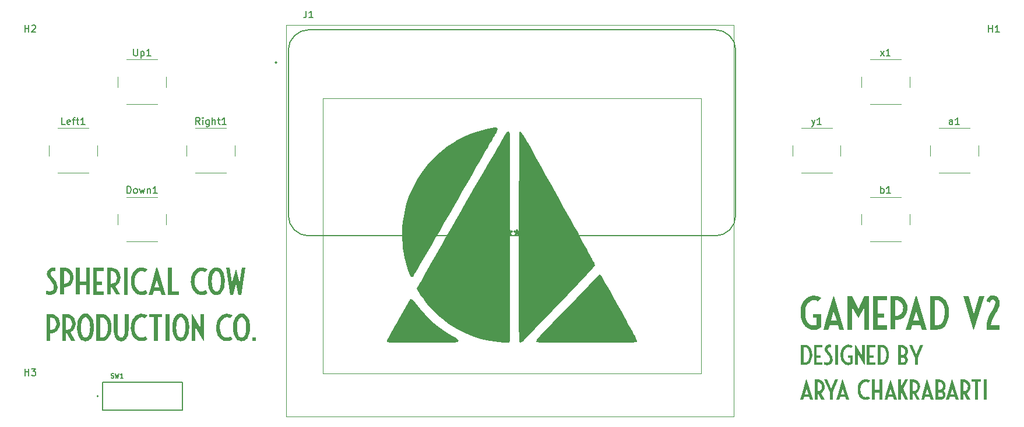
<source format=gbr>
%TF.GenerationSoftware,KiCad,Pcbnew,9.0.2*%
%TF.CreationDate,2025-06-30T23:43:09-04:00*%
%TF.ProjectId,GamePad_Zero,47616d65-5061-4645-9f5a-65726f2e6b69,rev?*%
%TF.SameCoordinates,Original*%
%TF.FileFunction,Legend,Top*%
%TF.FilePolarity,Positive*%
%FSLAX46Y46*%
G04 Gerber Fmt 4.6, Leading zero omitted, Abs format (unit mm)*
G04 Created by KiCad (PCBNEW 9.0.2) date 2025-06-30 23:43:09*
%MOMM*%
%LPD*%
G01*
G04 APERTURE LIST*
%ADD10C,0.100000*%
%ADD11C,0.150000*%
%ADD12C,0.300000*%
%ADD13C,0.200000*%
%ADD14C,0.127000*%
%ADD15C,0.000000*%
%ADD16C,0.120000*%
G04 APERTURE END LIST*
D10*
X42224487Y-954605D02*
X107224487Y-954605D01*
X107224487Y-57954605D01*
X42224487Y-57954605D01*
X42224487Y-954605D01*
G36*
X117585037Y-47505066D02*
G01*
X117689821Y-47513539D01*
X117788938Y-47533276D01*
X117885709Y-47564958D01*
X117976388Y-47607372D01*
X118065863Y-47663275D01*
X118148488Y-47729619D01*
X118229763Y-47811736D01*
X118303100Y-47903942D01*
X118373374Y-48013637D01*
X118434389Y-48132575D01*
X118489329Y-48268338D01*
X118533701Y-48411557D01*
X118568705Y-48567074D01*
X118592221Y-48727154D01*
X118604300Y-48891433D01*
X118604682Y-49056662D01*
X118571731Y-49374791D01*
X118499130Y-49661309D01*
X118394818Y-49904700D01*
X118266096Y-50101233D01*
X118117970Y-50251901D01*
X117952561Y-50359234D01*
X117769262Y-50424772D01*
X117670127Y-50441652D01*
X117565437Y-50447414D01*
X116939687Y-50447414D01*
X116939687Y-50069509D01*
X117359540Y-50069509D01*
X117565437Y-50069509D01*
X117610519Y-50067578D01*
X117687351Y-50054766D01*
X117759073Y-50030611D01*
X117830775Y-49992692D01*
X117896524Y-49943433D01*
X117962691Y-49876485D01*
X118021493Y-49798052D01*
X118078479Y-49698500D01*
X118126280Y-49588172D01*
X118167909Y-49457903D01*
X118198642Y-49319500D01*
X118219018Y-49169906D01*
X118227675Y-49016882D01*
X118210678Y-48717430D01*
X118154128Y-48453016D01*
X118068557Y-48239900D01*
X117963277Y-48080641D01*
X117843711Y-47970843D01*
X117710716Y-47905376D01*
X117638335Y-47888609D01*
X117561224Y-47882864D01*
X117359540Y-47882864D01*
X117359540Y-50069509D01*
X116939687Y-50069509D01*
X116939687Y-47504776D01*
X117561224Y-47504776D01*
X117585037Y-47505066D01*
G37*
G36*
X120053416Y-47882864D02*
G01*
X120053416Y-47504776D01*
X118856504Y-47504776D01*
X118856504Y-50447414D01*
X120053416Y-50447414D01*
X120053416Y-50069509D01*
X119276358Y-50069509D01*
X119276358Y-49406939D01*
X119822424Y-49406939D01*
X119822424Y-49028851D01*
X119276358Y-49028851D01*
X119276358Y-47882864D01*
X120053416Y-47882864D01*
G37*
G36*
X121586285Y-49634451D02*
G01*
X121564436Y-49405101D01*
X121500553Y-49189452D01*
X121393967Y-48979128D01*
X121238486Y-48761385D01*
X121100340Y-48598065D01*
X120999194Y-48479425D01*
X120915958Y-48368396D01*
X120859508Y-48262186D01*
X120838718Y-48158003D01*
X120844409Y-48094322D01*
X120860800Y-48037459D01*
X120921918Y-47944988D01*
X121017638Y-47881821D01*
X121144051Y-47854088D01*
X121216502Y-47856370D01*
X121291642Y-47870598D01*
X121338439Y-47885428D01*
X121338439Y-47507523D01*
X121237507Y-47488244D01*
X121137813Y-47480824D01*
X121039787Y-47485074D01*
X120945252Y-47500822D01*
X120856282Y-47527449D01*
X120772910Y-47564808D01*
X120698203Y-47611209D01*
X120630819Y-47667290D01*
X120573645Y-47730400D01*
X120525128Y-47802101D01*
X120487199Y-47879635D01*
X120459077Y-47964855D01*
X120441800Y-48055818D01*
X120435544Y-48153820D01*
X120435534Y-48158003D01*
X120457388Y-48330308D01*
X120521978Y-48494250D01*
X120635716Y-48666896D01*
X120797347Y-48856780D01*
X120939498Y-49021754D01*
X121064525Y-49199336D01*
X121114688Y-49296147D01*
X121153454Y-49400058D01*
X121178454Y-49512388D01*
X121187314Y-49634451D01*
X121181599Y-49726496D01*
X121165044Y-49806440D01*
X121139854Y-49872174D01*
X121106313Y-49927864D01*
X121017410Y-50011071D01*
X120896783Y-50062356D01*
X120738354Y-50080352D01*
X120537948Y-50057796D01*
X120347241Y-50003563D01*
X120347241Y-50402351D01*
X120475248Y-50438140D01*
X120599636Y-50460959D01*
X120718582Y-50471099D01*
X120832673Y-50469164D01*
X120939544Y-50455788D01*
X121040466Y-50431340D01*
X121132964Y-50396950D01*
X121218576Y-50352513D01*
X121295218Y-50299508D01*
X121364144Y-50237404D01*
X121423967Y-50167589D01*
X121475247Y-50089463D01*
X121517238Y-50003818D01*
X121549757Y-49910468D01*
X121572348Y-49809308D01*
X121584365Y-49700900D01*
X121586285Y-49634451D01*
G37*
G36*
X121962174Y-50447414D02*
G01*
X122382211Y-50447414D01*
X122382211Y-47507523D01*
X121962174Y-47507523D01*
X121962174Y-50447414D01*
G37*
G36*
X124498148Y-49087469D02*
G01*
X123813596Y-49087469D01*
X123813596Y-49406756D01*
X124120243Y-49406756D01*
X124120243Y-50038551D01*
X124050012Y-50066867D01*
X123974935Y-50083578D01*
X123897677Y-50088743D01*
X123808707Y-50082996D01*
X123725202Y-50066219D01*
X123572675Y-50001214D01*
X123437283Y-49894227D01*
X123319238Y-49742617D01*
X123222549Y-49543650D01*
X123154739Y-49298921D01*
X123125017Y-49019373D01*
X123124831Y-49011998D01*
X123127477Y-48869533D01*
X123141807Y-48728656D01*
X123167337Y-48593409D01*
X123204161Y-48463814D01*
X123249308Y-48348388D01*
X123304488Y-48241553D01*
X123364073Y-48152356D01*
X123432104Y-48073221D01*
X123501745Y-48010760D01*
X123578427Y-47958873D01*
X123656033Y-47921015D01*
X123739701Y-47894012D01*
X123897677Y-47875353D01*
X123988263Y-47881142D01*
X124073316Y-47898213D01*
X124151779Y-47925769D01*
X124224381Y-47963509D01*
X124284008Y-48005412D01*
X124515001Y-47686309D01*
X124422690Y-47626723D01*
X124323344Y-47577213D01*
X124221149Y-47539744D01*
X124112434Y-47512850D01*
X123897677Y-47493052D01*
X123779486Y-47498814D01*
X123667502Y-47515699D01*
X123460742Y-47581058D01*
X123275218Y-47687081D01*
X123110309Y-47833746D01*
X122967577Y-48021940D01*
X122851018Y-48251651D01*
X122766695Y-48519624D01*
X122721513Y-48817078D01*
X122717434Y-49066587D01*
X122729743Y-49222946D01*
X122753738Y-49376827D01*
X122788542Y-49523601D01*
X122834528Y-49665081D01*
X122888946Y-49794069D01*
X122953571Y-49915633D01*
X123023797Y-50022250D01*
X123103071Y-50120098D01*
X123185751Y-50203061D01*
X123276400Y-50276485D01*
X123369466Y-50336362D01*
X123469652Y-50386183D01*
X123572495Y-50423855D01*
X123681888Y-50450927D01*
X123897677Y-50470861D01*
X124097584Y-50448308D01*
X124299767Y-50379691D01*
X124490750Y-50266480D01*
X124498148Y-50260934D01*
X124498148Y-49087469D01*
G37*
G36*
X125803504Y-47507523D02*
G01*
X125803504Y-49040575D01*
X124925695Y-47507523D01*
X124850224Y-47507523D01*
X124850224Y-50447414D01*
X125270077Y-50447414D01*
X125270077Y-48914545D01*
X126147886Y-50447414D01*
X126223540Y-50447414D01*
X126223540Y-47507523D01*
X125803504Y-47507523D01*
G37*
G36*
X127755859Y-47882864D02*
G01*
X127755859Y-47504776D01*
X126558947Y-47504776D01*
X126558947Y-50447414D01*
X127755859Y-50447414D01*
X127755859Y-50069509D01*
X126978800Y-50069509D01*
X126978800Y-49406939D01*
X127524866Y-49406939D01*
X127524866Y-49028851D01*
X126978800Y-49028851D01*
X126978800Y-47882864D01*
X127755859Y-47882864D01*
G37*
G36*
X128737165Y-47505066D02*
G01*
X128841949Y-47513539D01*
X128941067Y-47533276D01*
X129037838Y-47564958D01*
X129128516Y-47607372D01*
X129217991Y-47663275D01*
X129300616Y-47729619D01*
X129381892Y-47811736D01*
X129455229Y-47903942D01*
X129525503Y-48013637D01*
X129586517Y-48132575D01*
X129641457Y-48268338D01*
X129685829Y-48411557D01*
X129720834Y-48567074D01*
X129744349Y-48727154D01*
X129756428Y-48891433D01*
X129756810Y-49056662D01*
X129723860Y-49374791D01*
X129651258Y-49661309D01*
X129546946Y-49904700D01*
X129418224Y-50101233D01*
X129270099Y-50251901D01*
X129104689Y-50359234D01*
X128921390Y-50424772D01*
X128822255Y-50441652D01*
X128717565Y-50447414D01*
X128091815Y-50447414D01*
X128091815Y-50069509D01*
X128511668Y-50069509D01*
X128717565Y-50069509D01*
X128762648Y-50067578D01*
X128839479Y-50054766D01*
X128911202Y-50030611D01*
X128982903Y-49992692D01*
X129048653Y-49943433D01*
X129114819Y-49876485D01*
X129173621Y-49798052D01*
X129230608Y-49698500D01*
X129278409Y-49588172D01*
X129320037Y-49457903D01*
X129350771Y-49319500D01*
X129371146Y-49169906D01*
X129379804Y-49016882D01*
X129362807Y-48717430D01*
X129306256Y-48453016D01*
X129220685Y-48239900D01*
X129115405Y-48080641D01*
X128995840Y-47970843D01*
X128862845Y-47905376D01*
X128790463Y-47888609D01*
X128713352Y-47882864D01*
X128511668Y-47882864D01*
X128511668Y-50069509D01*
X128091815Y-50069509D01*
X128091815Y-47504776D01*
X128713352Y-47504776D01*
X128737165Y-47505066D01*
G37*
G36*
X131725369Y-47526737D02*
G01*
X131839803Y-47554022D01*
X131945373Y-47591125D01*
X132044386Y-47638516D01*
X132134081Y-47694533D01*
X132217044Y-47760633D01*
X132290035Y-47834100D01*
X132355198Y-47917060D01*
X132409630Y-48005869D01*
X132454477Y-48102350D01*
X132487933Y-48202763D01*
X132510220Y-48307389D01*
X132520794Y-48413669D01*
X132507039Y-48625002D01*
X132448981Y-48824001D01*
X132350928Y-49001199D01*
X132217077Y-49150667D01*
X132341566Y-49262087D01*
X132396401Y-49335449D01*
X132440576Y-49415020D01*
X132475159Y-49502775D01*
X132498243Y-49594293D01*
X132509871Y-49688852D01*
X132509804Y-49784186D01*
X132475924Y-49966827D01*
X132401718Y-50128325D01*
X132293059Y-50260822D01*
X132153723Y-50360435D01*
X132073250Y-50396873D01*
X131984608Y-50424109D01*
X131888531Y-50441168D01*
X131784400Y-50447414D01*
X131057900Y-50447414D01*
X131057900Y-50069509D01*
X131477754Y-50069509D01*
X131780187Y-50069509D01*
X131854381Y-50063576D01*
X131920421Y-50046481D01*
X131977542Y-50019633D01*
X132028549Y-49981921D01*
X132069447Y-49936462D01*
X132101813Y-49881607D01*
X132122778Y-49821977D01*
X132130346Y-49695268D01*
X132094070Y-49579233D01*
X132021348Y-49488169D01*
X131916814Y-49428689D01*
X131852663Y-49412589D01*
X131780187Y-49406939D01*
X131477754Y-49406939D01*
X131477754Y-50069509D01*
X131057900Y-50069509D01*
X131057900Y-49028851D01*
X131477754Y-49028851D01*
X131568025Y-49024693D01*
X131666623Y-49009533D01*
X131755944Y-48984222D01*
X131837875Y-48948791D01*
X131910058Y-48904828D01*
X131974612Y-48851383D01*
X132028685Y-48791126D01*
X132073678Y-48722752D01*
X132107405Y-48649691D01*
X132130188Y-48571783D01*
X132141265Y-48491820D01*
X132128566Y-48332589D01*
X132072077Y-48186098D01*
X131976453Y-48062111D01*
X131845137Y-47966742D01*
X131766744Y-47931427D01*
X131679187Y-47905020D01*
X131583004Y-47888564D01*
X131477754Y-47882864D01*
X131477754Y-49028851D01*
X131057900Y-49028851D01*
X131057900Y-47504776D01*
X131477754Y-47504776D01*
X131725369Y-47526737D01*
G37*
G36*
X134287584Y-47504776D02*
G01*
X133733275Y-48886702D01*
X133162113Y-47504776D01*
X132729437Y-47504776D01*
X133527378Y-49403275D01*
X133527378Y-50440636D01*
X133947415Y-50440636D01*
X133947415Y-49403275D01*
X134720260Y-47504776D01*
X134287584Y-47504776D01*
G37*
G36*
X118699334Y-55487047D02*
G01*
X118275267Y-55487047D01*
X118157665Y-55100533D01*
X117430981Y-55100533D01*
X117321804Y-55487047D01*
X116897555Y-55487047D01*
X117117069Y-54722628D01*
X117540158Y-54722628D01*
X118040062Y-54722628D01*
X117779577Y-53870098D01*
X117540158Y-54722628D01*
X117117069Y-54722628D01*
X117741841Y-52546974D01*
X117817495Y-52546974D01*
X118699334Y-55487047D01*
G37*
G36*
X119502261Y-52551447D02*
G01*
X119618261Y-52569351D01*
X119726361Y-52597774D01*
X119829112Y-52637113D01*
X119923543Y-52685954D01*
X120012950Y-52745987D01*
X120093355Y-52814537D01*
X120167994Y-52894576D01*
X120232739Y-52981947D01*
X120289890Y-53080082D01*
X120336212Y-53183916D01*
X120372658Y-53295762D01*
X120397580Y-53411101D01*
X120411044Y-53529629D01*
X120412792Y-53649037D01*
X120382022Y-53881413D01*
X120309303Y-54094446D01*
X120200269Y-54279200D01*
X120059840Y-54431084D01*
X119890934Y-54547872D01*
X120386625Y-55484483D01*
X119933066Y-55484483D01*
X119496176Y-54665475D01*
X119370147Y-54669688D01*
X119370147Y-55484483D01*
X118950294Y-55484483D01*
X118950294Y-54291601D01*
X119370147Y-54291601D01*
X119549294Y-54270972D01*
X119634396Y-54244007D01*
X119711305Y-54207221D01*
X119783427Y-54158967D01*
X119846466Y-54102084D01*
X119903534Y-54033431D01*
X119950330Y-53957728D01*
X119988433Y-53872123D01*
X120015198Y-53781892D01*
X120030786Y-53687077D01*
X120034654Y-53590851D01*
X120008337Y-53405031D01*
X119941661Y-53240865D01*
X119841503Y-53107281D01*
X119712497Y-53007922D01*
X119555873Y-52945130D01*
X119466805Y-52928578D01*
X119370147Y-52922864D01*
X119370147Y-54291601D01*
X118950294Y-54291601D01*
X118950294Y-52544776D01*
X119370147Y-52544776D01*
X119502261Y-52551447D01*
G37*
G36*
X121927919Y-52544776D02*
G01*
X121373610Y-53926702D01*
X120802448Y-52544776D01*
X120369772Y-52544776D01*
X121167713Y-54443275D01*
X121167713Y-55480636D01*
X121587750Y-55480636D01*
X121587750Y-54443275D01*
X122360595Y-52544776D01*
X121927919Y-52544776D01*
G37*
G36*
X123951532Y-55487047D02*
G01*
X123527466Y-55487047D01*
X123409863Y-55100533D01*
X122683179Y-55100533D01*
X122574003Y-55487047D01*
X122149753Y-55487047D01*
X122369267Y-54722628D01*
X122792356Y-54722628D01*
X123292260Y-54722628D01*
X123031775Y-53870098D01*
X122792356Y-54722628D01*
X122369267Y-54722628D01*
X122994039Y-52546974D01*
X123069693Y-52546974D01*
X123951532Y-55487047D01*
G37*
G36*
X126808990Y-54973588D02*
G01*
X126734729Y-55028794D01*
X126653732Y-55073006D01*
X126573264Y-55102941D01*
X126486724Y-55121804D01*
X126388954Y-55128743D01*
X126300058Y-55122997D01*
X126216618Y-55106220D01*
X126064167Y-55041211D01*
X125928793Y-54934195D01*
X125810717Y-54782521D01*
X125713966Y-54583456D01*
X125646083Y-54338639D01*
X125616302Y-54059115D01*
X125616108Y-54051449D01*
X125618754Y-53909033D01*
X125633084Y-53768210D01*
X125658614Y-53633026D01*
X125695436Y-53503495D01*
X125740582Y-53388129D01*
X125795760Y-53281350D01*
X125855347Y-53192198D01*
X125923379Y-53113105D01*
X125993028Y-53050673D01*
X126069720Y-52998813D01*
X126147343Y-52960973D01*
X126231031Y-52933987D01*
X126388954Y-52915353D01*
X126479540Y-52921140D01*
X126564593Y-52938201D01*
X126643117Y-52965753D01*
X126715769Y-53003476D01*
X126775285Y-53045229D01*
X127006278Y-52726309D01*
X126913967Y-52666723D01*
X126814621Y-52617213D01*
X126712426Y-52579744D01*
X126603711Y-52552850D01*
X126388954Y-52533052D01*
X126270737Y-52538814D01*
X126158729Y-52555699D01*
X125951932Y-52621056D01*
X125766384Y-52727073D01*
X125601465Y-52873720D01*
X125458738Y-53061883D01*
X125342198Y-53291540D01*
X125257907Y-53559431D01*
X125212766Y-53856772D01*
X125208711Y-54105854D01*
X125221021Y-54262230D01*
X125245018Y-54416149D01*
X125279827Y-54562989D01*
X125325823Y-54704545D01*
X125380253Y-54833613D01*
X125444892Y-54955260D01*
X125515129Y-55061948D01*
X125594415Y-55159866D01*
X125677097Y-55242881D01*
X125767746Y-55316354D01*
X125860799Y-55376265D01*
X125960968Y-55426117D01*
X126063778Y-55463809D01*
X126173133Y-55490900D01*
X126388954Y-55510861D01*
X126506184Y-55505111D01*
X126617262Y-55488308D01*
X126823563Y-55423078D01*
X127009579Y-55317117D01*
X127031557Y-55300934D01*
X126808990Y-54973588D01*
G37*
G36*
X128395714Y-52544409D02*
G01*
X128395714Y-54068851D01*
X127702736Y-54068851D01*
X127702736Y-52544409D01*
X127282883Y-52544409D01*
X127282883Y-55484299D01*
X127702736Y-55484299D01*
X127702736Y-54446939D01*
X128395714Y-54446939D01*
X128395714Y-55484299D01*
X128815751Y-55484299D01*
X128815751Y-52544409D01*
X128395714Y-52544409D01*
G37*
G36*
X130909523Y-55487047D02*
G01*
X130485456Y-55487047D01*
X130367853Y-55100533D01*
X129641169Y-55100533D01*
X129531993Y-55487047D01*
X129107743Y-55487047D01*
X129327258Y-54722628D01*
X129750346Y-54722628D01*
X130250250Y-54722628D01*
X129989765Y-53870098D01*
X129750346Y-54722628D01*
X129327258Y-54722628D01*
X129952030Y-52546974D01*
X130027684Y-52546974D01*
X130909523Y-55487047D01*
G37*
G36*
X132555780Y-52547523D02*
G01*
X132102221Y-52547523D01*
X131539303Y-53605950D01*
X131539303Y-52547523D01*
X131119449Y-52547523D01*
X131119449Y-55487414D01*
X131539303Y-55487414D01*
X131539303Y-54298928D01*
X132102221Y-55487414D01*
X132555780Y-55487414D01*
X131820854Y-53933479D01*
X132555780Y-52547523D01*
G37*
G36*
X133359623Y-52551447D02*
G01*
X133475623Y-52569351D01*
X133583723Y-52597774D01*
X133686475Y-52637113D01*
X133780905Y-52685954D01*
X133870312Y-52745987D01*
X133950717Y-52814537D01*
X134025357Y-52894576D01*
X134090101Y-52981947D01*
X134147252Y-53080082D01*
X134193574Y-53183916D01*
X134230020Y-53295762D01*
X134254942Y-53411101D01*
X134268406Y-53529629D01*
X134270154Y-53649037D01*
X134239384Y-53881413D01*
X134166665Y-54094446D01*
X134057631Y-54279200D01*
X133917202Y-54431084D01*
X133748296Y-54547872D01*
X134243987Y-55484483D01*
X133790428Y-55484483D01*
X133353539Y-54665475D01*
X133227509Y-54669688D01*
X133227509Y-55484483D01*
X132807656Y-55484483D01*
X132807656Y-54291601D01*
X133227509Y-54291601D01*
X133406656Y-54270972D01*
X133491758Y-54244007D01*
X133568667Y-54207221D01*
X133640789Y-54158967D01*
X133703828Y-54102084D01*
X133760896Y-54033431D01*
X133807693Y-53957728D01*
X133845795Y-53872123D01*
X133872560Y-53781892D01*
X133888148Y-53687077D01*
X133892016Y-53590851D01*
X133865699Y-53405031D01*
X133799024Y-53240865D01*
X133698865Y-53107281D01*
X133569859Y-53007922D01*
X133413235Y-52945130D01*
X133324168Y-52928578D01*
X133227509Y-52922864D01*
X133227509Y-54291601D01*
X132807656Y-54291601D01*
X132807656Y-52544776D01*
X133227509Y-52544776D01*
X133359623Y-52551447D01*
G37*
G36*
X136237924Y-55487047D02*
G01*
X135813858Y-55487047D01*
X135696255Y-55100533D01*
X134969571Y-55100533D01*
X134860395Y-55487047D01*
X134436145Y-55487047D01*
X134655659Y-54722628D01*
X135078748Y-54722628D01*
X135578652Y-54722628D01*
X135318167Y-53870098D01*
X135078748Y-54722628D01*
X134655659Y-54722628D01*
X135280431Y-52546974D01*
X135356086Y-52546974D01*
X136237924Y-55487047D01*
G37*
G36*
X137197386Y-52566737D02*
G01*
X137311820Y-52594022D01*
X137417389Y-52631125D01*
X137516403Y-52678516D01*
X137606098Y-52734533D01*
X137689061Y-52800633D01*
X137762052Y-52874100D01*
X137827215Y-52957060D01*
X137881647Y-53045869D01*
X137926494Y-53142350D01*
X137959950Y-53242763D01*
X137982237Y-53347389D01*
X137992811Y-53453669D01*
X137979056Y-53665002D01*
X137920998Y-53864001D01*
X137822945Y-54041199D01*
X137689093Y-54190667D01*
X137813583Y-54302087D01*
X137868418Y-54375449D01*
X137912593Y-54455020D01*
X137947176Y-54542775D01*
X137970259Y-54634293D01*
X137981888Y-54728852D01*
X137981821Y-54824186D01*
X137947941Y-55006827D01*
X137873735Y-55168325D01*
X137765076Y-55300822D01*
X137625739Y-55400435D01*
X137545267Y-55436873D01*
X137456625Y-55464109D01*
X137360548Y-55481168D01*
X137256417Y-55487414D01*
X136529917Y-55487414D01*
X136529917Y-55109509D01*
X136949770Y-55109509D01*
X137252204Y-55109509D01*
X137326398Y-55103576D01*
X137392438Y-55086481D01*
X137449559Y-55059633D01*
X137500565Y-55021921D01*
X137541463Y-54976462D01*
X137573829Y-54921607D01*
X137594794Y-54861977D01*
X137602363Y-54735268D01*
X137566087Y-54619233D01*
X137493365Y-54528169D01*
X137388831Y-54468689D01*
X137324679Y-54452589D01*
X137252204Y-54446939D01*
X136949770Y-54446939D01*
X136949770Y-55109509D01*
X136529917Y-55109509D01*
X136529917Y-54068851D01*
X136949770Y-54068851D01*
X137040041Y-54064693D01*
X137138640Y-54049533D01*
X137227960Y-54024222D01*
X137309892Y-53988791D01*
X137382074Y-53944828D01*
X137446629Y-53891383D01*
X137500702Y-53831126D01*
X137545695Y-53762752D01*
X137579422Y-53689691D01*
X137602205Y-53611783D01*
X137613282Y-53531820D01*
X137600583Y-53372589D01*
X137544094Y-53226098D01*
X137448470Y-53102111D01*
X137317154Y-53006742D01*
X137238760Y-52971427D01*
X137151204Y-52945020D01*
X137055020Y-52928564D01*
X136949770Y-52922864D01*
X136949770Y-54068851D01*
X136529917Y-54068851D01*
X136529917Y-52544776D01*
X136949770Y-52544776D01*
X137197386Y-52566737D01*
G37*
G36*
X139875189Y-55487047D02*
G01*
X139451122Y-55487047D01*
X139333519Y-55100533D01*
X138606836Y-55100533D01*
X138497659Y-55487047D01*
X138073409Y-55487047D01*
X138292924Y-54722628D01*
X138716012Y-54722628D01*
X139215916Y-54722628D01*
X138955431Y-53870098D01*
X138716012Y-54722628D01*
X138292924Y-54722628D01*
X138917696Y-52546974D01*
X138993350Y-52546974D01*
X139875189Y-55487047D01*
G37*
G36*
X140678116Y-52551447D02*
G01*
X140794115Y-52569351D01*
X140902216Y-52597774D01*
X141004967Y-52637113D01*
X141099398Y-52685954D01*
X141188805Y-52745987D01*
X141269209Y-52814537D01*
X141343849Y-52894576D01*
X141408594Y-52981947D01*
X141465745Y-53080082D01*
X141512067Y-53183916D01*
X141548513Y-53295762D01*
X141573435Y-53411101D01*
X141586899Y-53529629D01*
X141588647Y-53649037D01*
X141557877Y-53881413D01*
X141485158Y-54094446D01*
X141376124Y-54279200D01*
X141235694Y-54431084D01*
X141066789Y-54547872D01*
X141562480Y-55484483D01*
X141108921Y-55484483D01*
X140672031Y-54665475D01*
X140546002Y-54669688D01*
X140546002Y-55484483D01*
X140126148Y-55484483D01*
X140126148Y-54291601D01*
X140546002Y-54291601D01*
X140725149Y-54270972D01*
X140810251Y-54244007D01*
X140887160Y-54207221D01*
X140959282Y-54158967D01*
X141022320Y-54102084D01*
X141079388Y-54033431D01*
X141126185Y-53957728D01*
X141164288Y-53872123D01*
X141191053Y-53781892D01*
X141206641Y-53687077D01*
X141210509Y-53590851D01*
X141184191Y-53405031D01*
X141117516Y-53240865D01*
X141017357Y-53107281D01*
X140888352Y-53007922D01*
X140731728Y-52945130D01*
X140642660Y-52928578D01*
X140546002Y-52922864D01*
X140546002Y-54291601D01*
X140126148Y-54291601D01*
X140126148Y-52544776D01*
X140546002Y-52544776D01*
X140678116Y-52551447D01*
G37*
G36*
X143124840Y-52542028D02*
G01*
X141755737Y-52542028D01*
X141755737Y-52919933D01*
X142230178Y-52919933D01*
X142230178Y-55481918D01*
X142650215Y-55481918D01*
X142650215Y-52919933D01*
X143124840Y-52919933D01*
X143124840Y-52542028D01*
G37*
G36*
X143501463Y-55487414D02*
G01*
X143921499Y-55487414D01*
X143921499Y-52547523D01*
X143501463Y-52547523D01*
X143501463Y-55487414D01*
G37*
G36*
X8963603Y-39141050D02*
G01*
X8934471Y-38835250D01*
X8849294Y-38547718D01*
X8707179Y-38267286D01*
X8499872Y-37976961D01*
X8315676Y-37759202D01*
X8180816Y-37601015D01*
X8069835Y-37452976D01*
X7994567Y-37311363D01*
X7966848Y-37172452D01*
X7974436Y-37087545D01*
X7996290Y-37011727D01*
X8077780Y-36888432D01*
X8205407Y-36804209D01*
X8373958Y-36767232D01*
X8470560Y-36770274D01*
X8570747Y-36789246D01*
X8633142Y-36809019D01*
X8633142Y-36305146D01*
X8498566Y-36279440D01*
X8365641Y-36269547D01*
X8234940Y-36275213D01*
X8108892Y-36296211D01*
X7990267Y-36331713D01*
X7879103Y-36381525D01*
X7779494Y-36443394D01*
X7689649Y-36518168D01*
X7613417Y-36602315D01*
X7548728Y-36697916D01*
X7498156Y-36801295D01*
X7460660Y-36914921D01*
X7437624Y-37036206D01*
X7429283Y-37166875D01*
X7429269Y-37172452D01*
X7458407Y-37402192D01*
X7544527Y-37620781D01*
X7696178Y-37850976D01*
X7911686Y-38104155D01*
X8101221Y-38324120D01*
X8267923Y-38560897D01*
X8334807Y-38689977D01*
X8386496Y-38828526D01*
X8419829Y-38978298D01*
X8431642Y-39141050D01*
X8424023Y-39263776D01*
X8401949Y-39370368D01*
X8368362Y-39458014D01*
X8323641Y-39532266D01*
X8205103Y-39643209D01*
X8044267Y-39711590D01*
X7833029Y-39735584D01*
X7565821Y-39705510D01*
X7311544Y-39633199D01*
X7311544Y-40164916D01*
X7482221Y-40212635D01*
X7648071Y-40243060D01*
X7806667Y-40256580D01*
X7958787Y-40254000D01*
X8101282Y-40236165D01*
X8235845Y-40203568D01*
X8359176Y-40157714D01*
X8473326Y-40098465D01*
X8575514Y-40027792D01*
X8667416Y-39944987D01*
X8747179Y-39851901D01*
X8815553Y-39747732D01*
X8871541Y-39633539D01*
X8914900Y-39509072D01*
X8945021Y-39374192D01*
X8961043Y-39229649D01*
X8963603Y-39141050D01*
G37*
G36*
X10211117Y-36327955D02*
G01*
X10358595Y-36363319D01*
X10495376Y-36412158D01*
X10625375Y-36475645D01*
X10743972Y-36551299D01*
X10855691Y-36642117D01*
X10954966Y-36743723D01*
X11045743Y-36860528D01*
X11122824Y-36986336D01*
X11188563Y-37125400D01*
X11239435Y-37270981D01*
X11276095Y-37424924D01*
X11297196Y-37582170D01*
X11292787Y-37898886D01*
X11228753Y-38200109D01*
X11111740Y-38469936D01*
X10949176Y-38699043D01*
X10746647Y-38882950D01*
X10506804Y-39019156D01*
X10373332Y-39068390D01*
X10229521Y-39104700D01*
X10076239Y-39127042D01*
X9912731Y-39134699D01*
X9912731Y-40221092D01*
X9352926Y-40221092D01*
X9352926Y-38630582D01*
X9912731Y-38630582D01*
X10151593Y-38603077D01*
X10265063Y-38567125D01*
X10367608Y-38518077D01*
X10463770Y-38453737D01*
X10547822Y-38377893D01*
X10623913Y-38286356D01*
X10686308Y-38185419D01*
X10737112Y-38071279D01*
X10772798Y-37950970D01*
X10793583Y-37824550D01*
X10798740Y-37696249D01*
X10763650Y-37448489D01*
X10674750Y-37229602D01*
X10541205Y-37051490D01*
X10369197Y-36919011D01*
X10160365Y-36835288D01*
X10041608Y-36813219D01*
X9912731Y-36805600D01*
X9912731Y-38630582D01*
X9352926Y-38630582D01*
X9352926Y-36301482D01*
X9912731Y-36301482D01*
X10211117Y-36327955D01*
G37*
G36*
X13118907Y-36300994D02*
G01*
X13118907Y-38333583D01*
X12194936Y-38333583D01*
X12194936Y-36300994D01*
X11635131Y-36300994D01*
X11635131Y-40220847D01*
X12194936Y-40220847D01*
X12194936Y-38837700D01*
X13118907Y-38837700D01*
X13118907Y-40220847D01*
X13678955Y-40220847D01*
X13678955Y-36300994D01*
X13118907Y-36300994D01*
G37*
G36*
X15720337Y-36805600D02*
G01*
X15720337Y-36301482D01*
X14124454Y-36301482D01*
X14124454Y-40225000D01*
X15720337Y-40225000D01*
X15720337Y-39721127D01*
X14684259Y-39721127D01*
X14684259Y-38837700D01*
X15412347Y-38837700D01*
X15412347Y-38333583D01*
X14684259Y-38333583D01*
X14684259Y-36805600D01*
X15720337Y-36805600D01*
G37*
G36*
X16904235Y-36310377D02*
G01*
X17058901Y-36334250D01*
X17203035Y-36372146D01*
X17340037Y-36424598D01*
X17465944Y-36489720D01*
X17585154Y-36569765D01*
X17692360Y-36661164D01*
X17791880Y-36767883D01*
X17878206Y-36884378D01*
X17954407Y-37015225D01*
X18016170Y-37153670D01*
X18064764Y-37302798D01*
X18097993Y-37456582D01*
X18115946Y-37614620D01*
X18118276Y-37773831D01*
X18077250Y-38083666D01*
X17980291Y-38367710D01*
X17834912Y-38614049D01*
X17647673Y-38816560D01*
X17422465Y-38972278D01*
X18083387Y-40221092D01*
X17478641Y-40221092D01*
X16896122Y-39129082D01*
X16728083Y-39134699D01*
X16728083Y-40221092D01*
X16168278Y-40221092D01*
X16168278Y-38630582D01*
X16728083Y-38630582D01*
X16966945Y-38603077D01*
X17080415Y-38567125D01*
X17182960Y-38518077D01*
X17279123Y-38453737D01*
X17363174Y-38377893D01*
X17439265Y-38286356D01*
X17501661Y-38185419D01*
X17552464Y-38071279D01*
X17588151Y-37950970D01*
X17608935Y-37824550D01*
X17614093Y-37696249D01*
X17579002Y-37448489D01*
X17490102Y-37229602D01*
X17356557Y-37051490D01*
X17184550Y-36919011D01*
X16975717Y-36835288D01*
X16856961Y-36813219D01*
X16728083Y-36805600D01*
X16728083Y-38630582D01*
X16168278Y-38630582D01*
X16168278Y-36301482D01*
X16728083Y-36301482D01*
X16904235Y-36310377D01*
G37*
G36*
X18620965Y-40225000D02*
G01*
X19181014Y-40225000D01*
X19181014Y-36305146D01*
X18620965Y-36305146D01*
X18620965Y-40225000D01*
G37*
G36*
X21761684Y-39539898D02*
G01*
X21662668Y-39613507D01*
X21554673Y-39672456D01*
X21447382Y-39712370D01*
X21331995Y-39737520D01*
X21201635Y-39746772D01*
X21083107Y-39739110D01*
X20971854Y-39716742D01*
X20768586Y-39630062D01*
X20588087Y-39487375D01*
X20430653Y-39285143D01*
X20301651Y-39019723D01*
X20211141Y-38693300D01*
X20171433Y-38320601D01*
X20171174Y-38310380D01*
X20174703Y-38120492D01*
X20193809Y-37932728D01*
X20227848Y-37752482D01*
X20276945Y-37579775D01*
X20337140Y-37425953D01*
X20410711Y-37283582D01*
X20490159Y-37164712D01*
X20580869Y-37059255D01*
X20673734Y-36976012D01*
X20775990Y-36906866D01*
X20879487Y-36856413D01*
X20991071Y-36820431D01*
X21201635Y-36795586D01*
X21322417Y-36803301D01*
X21435821Y-36826049D01*
X21540519Y-36862785D01*
X21637389Y-36913083D01*
X21716743Y-36968754D01*
X22024733Y-36543527D01*
X21901653Y-36464079D01*
X21769191Y-36398066D01*
X21632931Y-36348106D01*
X21487978Y-36312248D01*
X21201635Y-36285851D01*
X21044012Y-36293533D01*
X20894669Y-36316046D01*
X20618939Y-36403190D01*
X20371542Y-36544545D01*
X20151649Y-36740075D01*
X19961347Y-36990959D01*
X19805961Y-37297168D01*
X19693573Y-37654356D01*
X19633385Y-38050811D01*
X19627978Y-38382920D01*
X19644392Y-38591422D01*
X19676387Y-38796647D01*
X19722800Y-38992433D01*
X19784127Y-39181175D01*
X19856700Y-39353265D01*
X19942886Y-39515462D01*
X20036535Y-39657712D01*
X20142250Y-39788269D01*
X20252492Y-39898956D01*
X20373359Y-39996920D01*
X20497428Y-40076802D01*
X20630987Y-40143271D01*
X20768067Y-40193527D01*
X20913874Y-40229648D01*
X21201635Y-40256263D01*
X21357942Y-40248596D01*
X21506045Y-40226192D01*
X21781114Y-40139219D01*
X22029135Y-39997938D01*
X22058439Y-39976360D01*
X21761684Y-39539898D01*
G37*
G36*
X24626408Y-40224511D02*
G01*
X24060986Y-40224511D01*
X23904182Y-39709159D01*
X22935271Y-39709159D01*
X22789702Y-40224511D01*
X22224036Y-40224511D01*
X22516722Y-39205286D01*
X23080840Y-39205286D01*
X23747378Y-39205286D01*
X23400065Y-38068579D01*
X23080840Y-39205286D01*
X22516722Y-39205286D01*
X23349751Y-36304413D01*
X23450623Y-36304413D01*
X24626408Y-40224511D01*
G37*
G36*
X25575536Y-39721127D02*
G01*
X25575536Y-36305146D01*
X25015731Y-36305146D01*
X25015731Y-40225000D01*
X26611614Y-40225000D01*
X26611614Y-39721127D01*
X25575536Y-39721127D01*
G37*
G36*
X30480177Y-39539898D02*
G01*
X30381161Y-39613507D01*
X30273165Y-39672456D01*
X30165875Y-39712370D01*
X30050488Y-39737520D01*
X29920128Y-39746772D01*
X29801600Y-39739110D01*
X29690347Y-39716742D01*
X29487079Y-39630062D01*
X29306580Y-39487375D01*
X29149146Y-39285143D01*
X29020144Y-39019723D01*
X28929633Y-38693300D01*
X28889926Y-38320601D01*
X28889667Y-38310380D01*
X28893195Y-38120492D01*
X28912301Y-37932728D01*
X28946341Y-37752482D01*
X28995438Y-37579775D01*
X29055633Y-37425953D01*
X29129203Y-37283582D01*
X29208652Y-37164712D01*
X29299362Y-37059255D01*
X29392227Y-36976012D01*
X29494483Y-36906866D01*
X29597980Y-36856413D01*
X29709564Y-36820431D01*
X29920128Y-36795586D01*
X30040910Y-36803301D01*
X30154314Y-36826049D01*
X30259012Y-36862785D01*
X30355882Y-36913083D01*
X30435236Y-36968754D01*
X30743226Y-36543527D01*
X30620145Y-36464079D01*
X30487684Y-36398066D01*
X30351423Y-36348106D01*
X30206471Y-36312248D01*
X29920128Y-36285851D01*
X29762505Y-36293533D01*
X29613161Y-36316046D01*
X29337432Y-36403190D01*
X29090034Y-36544545D01*
X28870142Y-36740075D01*
X28679839Y-36990959D01*
X28524453Y-37297168D01*
X28412066Y-37654356D01*
X28351878Y-38050811D01*
X28346471Y-38382920D01*
X28362884Y-38591422D01*
X28394879Y-38796647D01*
X28441292Y-38992433D01*
X28502620Y-39181175D01*
X28575193Y-39353265D01*
X28661379Y-39515462D01*
X28755028Y-39657712D01*
X28860743Y-39788269D01*
X28970985Y-39898956D01*
X29091851Y-39996920D01*
X29215921Y-40076802D01*
X29349480Y-40143271D01*
X29486560Y-40193527D01*
X29632367Y-40229648D01*
X29920128Y-40256263D01*
X30076435Y-40248596D01*
X30224538Y-40226192D01*
X30499607Y-40139219D01*
X30747628Y-39997938D01*
X30776932Y-39976360D01*
X30480177Y-39539898D01*
G37*
G36*
X32245539Y-36263116D02*
G01*
X32361905Y-36294445D01*
X32474215Y-36340811D01*
X32582344Y-36402620D01*
X32685101Y-36479759D01*
X32783348Y-36573913D01*
X32874719Y-36684048D01*
X32960311Y-36813224D01*
X33037302Y-36959261D01*
X33106441Y-37126264D01*
X33165052Y-37311104D01*
X33213249Y-37518406D01*
X33248843Y-37744504D01*
X33271283Y-37994037D01*
X33278955Y-38263241D01*
X33256209Y-38715508D01*
X33180951Y-39151114D01*
X33062171Y-39507906D01*
X32908316Y-39791206D01*
X32726155Y-40006659D01*
X32626013Y-40090509D01*
X32520300Y-40159118D01*
X32408990Y-40212832D01*
X32293357Y-40251272D01*
X32171730Y-40274812D01*
X32046994Y-40282641D01*
X31860164Y-40265006D01*
X31632088Y-40189538D01*
X31524602Y-40129020D01*
X31422656Y-40053293D01*
X31325114Y-39960450D01*
X31234530Y-39851675D01*
X31149453Y-39723411D01*
X31073007Y-39578204D01*
X31004115Y-39411187D01*
X30945759Y-39226087D01*
X30897595Y-39017322D01*
X30862048Y-38789331D01*
X30839564Y-38536425D01*
X30831886Y-38263241D01*
X31391935Y-38263241D01*
X31392526Y-38339457D01*
X31403870Y-38593177D01*
X31428548Y-38819109D01*
X31464324Y-39014660D01*
X31510185Y-39185223D01*
X31563343Y-39328375D01*
X31623538Y-39449383D01*
X31687744Y-39546747D01*
X31756259Y-39624611D01*
X31826770Y-39682935D01*
X31899209Y-39723807D01*
X31973261Y-39748115D01*
X32046994Y-39756053D01*
X32062818Y-39755701D01*
X32137392Y-39744562D01*
X32212207Y-39717252D01*
X32287110Y-39672324D01*
X32359849Y-39609297D01*
X32430726Y-39525355D01*
X32496770Y-39420914D01*
X32557873Y-39292287D01*
X32611200Y-39140610D01*
X32655996Y-38962010D01*
X32689887Y-38757847D01*
X32711585Y-38524524D01*
X32719151Y-38263241D01*
X32718388Y-38178770D01*
X32706392Y-37930085D01*
X32681001Y-37708210D01*
X32644209Y-37514355D01*
X32597260Y-37345005D01*
X32542565Y-37201473D01*
X32480838Y-37080046D01*
X32414776Y-36981606D01*
X32344594Y-36902915D01*
X32272650Y-36843929D01*
X32199236Y-36802671D01*
X32125396Y-36778367D01*
X32052612Y-36770429D01*
X32037830Y-36770771D01*
X31965593Y-36782116D01*
X31892230Y-36810068D01*
X31818002Y-36856176D01*
X31745404Y-36920924D01*
X31674778Y-37006571D01*
X31608758Y-37113059D01*
X31548159Y-37242827D01*
X31495308Y-37395595D01*
X31451452Y-37573566D01*
X31418564Y-37776579D01*
X31398150Y-38006426D01*
X31391935Y-38263241D01*
X30831886Y-38263241D01*
X30853783Y-37815198D01*
X30927949Y-37376456D01*
X31045363Y-37018239D01*
X31197501Y-36734660D01*
X31377659Y-36519502D01*
X31476748Y-36435868D01*
X31581478Y-36367425D01*
X31691913Y-36313825D01*
X31806811Y-36275454D01*
X31928045Y-36251914D01*
X32052612Y-36244085D01*
X32245539Y-36263116D01*
G37*
G36*
X34871663Y-38539480D02*
G01*
X34496506Y-40225000D01*
X34048565Y-40225000D01*
X33443575Y-36305146D01*
X34009241Y-36305146D01*
X34345320Y-38466695D01*
X34871663Y-36467568D01*
X35398006Y-38466695D01*
X35734084Y-36305146D01*
X36299507Y-36305146D01*
X35694761Y-40225000D01*
X35246820Y-40225000D01*
X34871663Y-38539480D01*
G37*
G36*
X8225912Y-43047955D02*
G01*
X8373389Y-43083319D01*
X8510170Y-43132158D01*
X8640169Y-43195645D01*
X8758766Y-43271299D01*
X8870485Y-43362117D01*
X8969760Y-43463723D01*
X9060537Y-43580528D01*
X9137618Y-43706336D01*
X9203357Y-43845400D01*
X9254229Y-43990981D01*
X9290889Y-44144924D01*
X9311990Y-44302170D01*
X9307581Y-44618886D01*
X9243547Y-44920109D01*
X9126535Y-45189936D01*
X8963970Y-45419043D01*
X8761441Y-45602950D01*
X8521598Y-45739156D01*
X8388126Y-45788390D01*
X8244315Y-45824700D01*
X8091033Y-45847042D01*
X7927525Y-45854699D01*
X7927525Y-46941092D01*
X7367720Y-46941092D01*
X7367720Y-45350582D01*
X7927525Y-45350582D01*
X8166387Y-45323077D01*
X8279857Y-45287125D01*
X8382402Y-45238077D01*
X8478565Y-45173737D01*
X8562616Y-45097893D01*
X8638707Y-45006356D01*
X8701103Y-44905419D01*
X8751906Y-44791279D01*
X8787592Y-44670970D01*
X8808377Y-44544550D01*
X8813534Y-44416249D01*
X8778444Y-44168489D01*
X8689544Y-43949602D01*
X8555999Y-43771490D01*
X8383991Y-43639011D01*
X8175159Y-43555288D01*
X8056403Y-43533219D01*
X7927525Y-43525600D01*
X7927525Y-45350582D01*
X7367720Y-45350582D01*
X7367720Y-43021482D01*
X7927525Y-43021482D01*
X8225912Y-43047955D01*
G37*
G36*
X10385882Y-43030377D02*
G01*
X10540548Y-43054250D01*
X10684681Y-43092146D01*
X10821684Y-43144598D01*
X10947591Y-43209720D01*
X11066801Y-43289765D01*
X11174007Y-43381164D01*
X11273526Y-43487883D01*
X11359853Y-43604378D01*
X11436054Y-43735225D01*
X11497817Y-43873670D01*
X11546411Y-44022798D01*
X11579640Y-44176582D01*
X11597593Y-44334620D01*
X11599923Y-44493831D01*
X11558897Y-44803666D01*
X11461938Y-45087710D01*
X11316559Y-45334049D01*
X11129320Y-45536560D01*
X10904112Y-45692278D01*
X11565034Y-46941092D01*
X10960288Y-46941092D01*
X10377769Y-45849082D01*
X10209730Y-45854699D01*
X10209730Y-46941092D01*
X9649925Y-46941092D01*
X9649925Y-45350582D01*
X10209730Y-45350582D01*
X10448592Y-45323077D01*
X10562062Y-45287125D01*
X10664607Y-45238077D01*
X10760770Y-45173737D01*
X10844821Y-45097893D01*
X10920912Y-45006356D01*
X10983308Y-44905419D01*
X11034111Y-44791279D01*
X11069798Y-44670970D01*
X11090582Y-44544550D01*
X11095739Y-44416249D01*
X11060649Y-44168489D01*
X10971749Y-43949602D01*
X10838204Y-43771490D01*
X10666197Y-43639011D01*
X10457364Y-43555288D01*
X10338608Y-43533219D01*
X10209730Y-43525600D01*
X10209730Y-45350582D01*
X9649925Y-45350582D01*
X9649925Y-43021482D01*
X10209730Y-43021482D01*
X10385882Y-43030377D01*
G37*
G36*
X13233676Y-42983116D02*
G01*
X13350042Y-43014445D01*
X13462352Y-43060811D01*
X13570481Y-43122620D01*
X13673238Y-43199759D01*
X13771485Y-43293913D01*
X13862855Y-43404048D01*
X13948448Y-43533224D01*
X14025439Y-43679261D01*
X14094578Y-43846264D01*
X14153188Y-44031104D01*
X14201386Y-44238406D01*
X14236980Y-44464504D01*
X14259420Y-44714037D01*
X14267092Y-44983241D01*
X14244346Y-45435508D01*
X14169088Y-45871114D01*
X14050308Y-46227906D01*
X13896453Y-46511206D01*
X13714292Y-46726659D01*
X13614150Y-46810509D01*
X13508437Y-46879118D01*
X13397127Y-46932832D01*
X13281494Y-46971272D01*
X13159867Y-46994812D01*
X13035131Y-47002641D01*
X12848301Y-46985006D01*
X12620225Y-46909538D01*
X12512739Y-46849020D01*
X12410793Y-46773293D01*
X12313251Y-46680450D01*
X12222667Y-46571675D01*
X12137590Y-46443411D01*
X12061144Y-46298204D01*
X11992252Y-46131187D01*
X11933896Y-45946087D01*
X11885732Y-45737322D01*
X11850185Y-45509331D01*
X11827701Y-45256425D01*
X11820023Y-44983241D01*
X12380072Y-44983241D01*
X12380663Y-45059457D01*
X12392007Y-45313177D01*
X12416684Y-45539109D01*
X12452461Y-45734660D01*
X12498322Y-45905223D01*
X12551480Y-46048375D01*
X12611675Y-46169383D01*
X12675880Y-46266747D01*
X12744396Y-46344611D01*
X12814906Y-46402935D01*
X12887345Y-46443807D01*
X12961398Y-46468115D01*
X13035131Y-46476053D01*
X13050955Y-46475701D01*
X13125529Y-46464562D01*
X13200344Y-46437252D01*
X13275247Y-46392324D01*
X13347985Y-46329297D01*
X13418862Y-46245355D01*
X13484907Y-46140914D01*
X13546009Y-46012287D01*
X13599336Y-45860610D01*
X13644133Y-45682010D01*
X13678024Y-45477847D01*
X13699722Y-45244524D01*
X13707288Y-44983241D01*
X13706524Y-44898770D01*
X13694529Y-44650085D01*
X13669138Y-44428210D01*
X13632346Y-44234355D01*
X13585396Y-44065005D01*
X13530702Y-43921473D01*
X13468975Y-43800046D01*
X13402913Y-43701606D01*
X13332731Y-43622915D01*
X13260787Y-43563929D01*
X13187373Y-43522671D01*
X13113533Y-43498367D01*
X13040749Y-43490429D01*
X13025966Y-43490771D01*
X12953730Y-43502116D01*
X12880367Y-43530068D01*
X12806139Y-43576176D01*
X12733541Y-43640924D01*
X12662915Y-43726571D01*
X12596895Y-43833059D01*
X12536296Y-43962827D01*
X12483444Y-44115595D01*
X12439589Y-44293566D01*
X12406701Y-44496579D01*
X12386287Y-44726426D01*
X12380072Y-44983241D01*
X11820023Y-44983241D01*
X11841919Y-44535198D01*
X11916086Y-44096456D01*
X12033500Y-43738239D01*
X12185637Y-43454660D01*
X12365796Y-43239502D01*
X12464885Y-43155868D01*
X12569615Y-43087425D01*
X12680050Y-43033825D01*
X12794947Y-42995454D01*
X12916182Y-42971914D01*
X13040749Y-42964085D01*
X13233676Y-42983116D01*
G37*
G36*
X15461683Y-43021869D02*
G01*
X15601396Y-43033166D01*
X15733552Y-43059483D01*
X15862580Y-43101726D01*
X15983484Y-43158278D01*
X16102785Y-43232815D01*
X16212951Y-43321273D01*
X16321319Y-43430762D01*
X16419102Y-43553704D01*
X16512800Y-43699964D01*
X16594153Y-43858548D01*
X16667406Y-44039565D01*
X16726569Y-44230524D01*
X16773241Y-44437881D01*
X16804596Y-44651321D01*
X16820701Y-44870359D01*
X16821210Y-45090664D01*
X16777276Y-45514836D01*
X16680474Y-45896860D01*
X16541391Y-46221381D01*
X16369762Y-46483425D01*
X16172261Y-46684316D01*
X15951715Y-46827427D01*
X15707317Y-46914811D01*
X15575136Y-46937318D01*
X15435550Y-46945000D01*
X14601216Y-46945000D01*
X14601216Y-46441127D01*
X15161021Y-46441127D01*
X15435550Y-46441127D01*
X15495660Y-46438552D01*
X15598102Y-46421469D01*
X15693732Y-46389262D01*
X15789334Y-46338704D01*
X15877000Y-46273026D01*
X15965222Y-46183761D01*
X16043625Y-46079184D01*
X16119607Y-45946448D01*
X16183342Y-45799345D01*
X16238846Y-45625652D01*
X16279824Y-45441114D01*
X16306991Y-45241656D01*
X16318535Y-45037625D01*
X16295872Y-44638355D01*
X16220471Y-44285803D01*
X16106377Y-44001649D01*
X15966003Y-43789302D01*
X15806583Y-43642905D01*
X15629256Y-43555617D01*
X15532748Y-43533260D01*
X15429932Y-43525600D01*
X15161021Y-43525600D01*
X15161021Y-46441127D01*
X14601216Y-46441127D01*
X14601216Y-43021482D01*
X15429932Y-43021482D01*
X15461683Y-43021869D01*
G37*
G36*
X17156974Y-45358642D02*
G01*
X17164626Y-45597532D01*
X17186933Y-45816383D01*
X17222065Y-46011723D01*
X17269409Y-46188477D01*
X17326749Y-46343928D01*
X17394064Y-46482154D01*
X17469113Y-46601528D01*
X17552143Y-46704840D01*
X17641514Y-46791680D01*
X17737118Y-46863303D01*
X17944872Y-46962359D01*
X18172881Y-47003630D01*
X18220895Y-47004839D01*
X18342469Y-46996966D01*
X18461101Y-46973118D01*
X18571869Y-46934630D01*
X18678061Y-46880632D01*
X18776487Y-46812633D01*
X18868850Y-46729259D01*
X18953660Y-46631073D01*
X19030855Y-46517191D01*
X19099986Y-46386539D01*
X19159752Y-46239441D01*
X19209963Y-46073087D01*
X19248801Y-45889210D01*
X19275771Y-45683580D01*
X19289115Y-45459142D01*
X19290435Y-45358642D01*
X19290435Y-43029054D01*
X18730386Y-43029054D01*
X18730386Y-45464888D01*
X18722810Y-45665611D01*
X18701040Y-45841860D01*
X18667748Y-45989918D01*
X18623779Y-46116097D01*
X18572707Y-46217214D01*
X18514153Y-46299141D01*
X18451962Y-46360204D01*
X18384970Y-46404455D01*
X18315635Y-46431930D01*
X18243644Y-46444074D01*
X18220895Y-46444790D01*
X18148954Y-46436901D01*
X18078766Y-46412937D01*
X18012649Y-46373320D01*
X17950444Y-46317346D01*
X17840516Y-46151206D01*
X17758563Y-45902765D01*
X17732165Y-45742730D01*
X17718446Y-45560345D01*
X17716778Y-45464888D01*
X17716778Y-43029054D01*
X17156974Y-43029054D01*
X17156974Y-45358642D01*
G37*
G36*
X21757776Y-46259898D02*
G01*
X21658760Y-46333507D01*
X21550765Y-46392456D01*
X21443474Y-46432370D01*
X21328087Y-46457520D01*
X21197727Y-46466772D01*
X21079199Y-46459110D01*
X20967946Y-46436742D01*
X20764678Y-46350062D01*
X20584179Y-46207375D01*
X20426745Y-46005143D01*
X20297743Y-45739723D01*
X20207233Y-45413300D01*
X20167525Y-45040601D01*
X20167267Y-45030380D01*
X20170795Y-44840492D01*
X20189901Y-44652728D01*
X20223941Y-44472482D01*
X20273037Y-44299775D01*
X20333232Y-44145953D01*
X20406803Y-44003582D01*
X20486251Y-43884712D01*
X20576961Y-43779255D01*
X20669826Y-43696012D01*
X20772082Y-43626866D01*
X20875579Y-43576413D01*
X20987163Y-43540431D01*
X21197727Y-43515586D01*
X21318509Y-43523301D01*
X21431913Y-43546049D01*
X21536611Y-43582785D01*
X21633481Y-43633083D01*
X21712835Y-43688754D01*
X22020826Y-43263527D01*
X21897745Y-43184079D01*
X21765283Y-43118066D01*
X21629023Y-43068106D01*
X21484070Y-43032248D01*
X21197727Y-43005851D01*
X21040105Y-43013533D01*
X20890761Y-43036046D01*
X20615031Y-43123190D01*
X20367634Y-43264545D01*
X20147741Y-43460075D01*
X19957439Y-43710959D01*
X19802053Y-44017168D01*
X19689665Y-44374356D01*
X19629477Y-44770811D01*
X19624071Y-45102920D01*
X19640484Y-45311422D01*
X19672479Y-45516647D01*
X19718892Y-45712433D01*
X19780220Y-45901175D01*
X19852792Y-46073265D01*
X19938979Y-46235462D01*
X20032627Y-46377712D01*
X20138342Y-46508269D01*
X20248584Y-46618956D01*
X20369451Y-46716920D01*
X20493520Y-46796802D01*
X20627079Y-46863271D01*
X20764159Y-46913527D01*
X20909966Y-46949648D01*
X21197727Y-46976263D01*
X21354035Y-46968596D01*
X21502138Y-46946192D01*
X21777207Y-46859219D01*
X22025227Y-46717938D01*
X22054531Y-46696360D01*
X21757776Y-46259898D01*
G37*
G36*
X24156485Y-43017819D02*
G01*
X22331014Y-43017819D01*
X22331014Y-43521692D01*
X22963603Y-43521692D01*
X22963603Y-46937672D01*
X23523652Y-46937672D01*
X23523652Y-43521692D01*
X24156485Y-43521692D01*
X24156485Y-43017819D01*
G37*
G36*
X24658648Y-46945000D02*
G01*
X25218697Y-46945000D01*
X25218697Y-43025146D01*
X24658648Y-43025146D01*
X24658648Y-46945000D01*
G37*
G36*
X27079315Y-42983116D02*
G01*
X27195681Y-43014445D01*
X27307991Y-43060811D01*
X27416119Y-43122620D01*
X27518876Y-43199759D01*
X27617123Y-43293913D01*
X27708494Y-43404048D01*
X27794087Y-43533224D01*
X27871077Y-43679261D01*
X27940216Y-43846264D01*
X27998827Y-44031104D01*
X28047024Y-44238406D01*
X28082618Y-44464504D01*
X28105059Y-44714037D01*
X28112731Y-44983241D01*
X28089984Y-45435508D01*
X28014726Y-45871114D01*
X27895946Y-46227906D01*
X27742092Y-46511206D01*
X27559931Y-46726659D01*
X27459789Y-46810509D01*
X27354075Y-46879118D01*
X27242766Y-46932832D01*
X27127133Y-46971272D01*
X27005506Y-46994812D01*
X26880770Y-47002641D01*
X26693940Y-46985006D01*
X26465864Y-46909538D01*
X26358378Y-46849020D01*
X26256431Y-46773293D01*
X26158889Y-46680450D01*
X26068305Y-46571675D01*
X25983228Y-46443411D01*
X25906782Y-46298204D01*
X25837890Y-46131187D01*
X25779534Y-45946087D01*
X25731370Y-45737322D01*
X25695823Y-45509331D01*
X25673340Y-45256425D01*
X25665662Y-44983241D01*
X26225710Y-44983241D01*
X26226301Y-45059457D01*
X26237646Y-45313177D01*
X26262323Y-45539109D01*
X26298099Y-45734660D01*
X26343960Y-45905223D01*
X26397118Y-46048375D01*
X26457314Y-46169383D01*
X26521519Y-46266747D01*
X26590034Y-46344611D01*
X26660545Y-46402935D01*
X26732984Y-46443807D01*
X26807037Y-46468115D01*
X26880770Y-46476053D01*
X26896594Y-46475701D01*
X26971167Y-46464562D01*
X27045982Y-46437252D01*
X27120885Y-46392324D01*
X27193624Y-46329297D01*
X27264501Y-46245355D01*
X27330545Y-46140914D01*
X27391648Y-46012287D01*
X27444975Y-45860610D01*
X27489772Y-45682010D01*
X27523662Y-45477847D01*
X27545360Y-45244524D01*
X27552926Y-44983241D01*
X27552163Y-44898770D01*
X27540167Y-44650085D01*
X27514776Y-44428210D01*
X27477985Y-44234355D01*
X27431035Y-44065005D01*
X27376341Y-43921473D01*
X27314614Y-43800046D01*
X27248552Y-43701606D01*
X27178370Y-43622915D01*
X27106426Y-43563929D01*
X27033012Y-43522671D01*
X26959172Y-43498367D01*
X26886387Y-43490429D01*
X26871605Y-43490771D01*
X26799369Y-43502116D01*
X26726005Y-43530068D01*
X26651777Y-43576176D01*
X26579180Y-43640924D01*
X26508554Y-43726571D01*
X26442534Y-43833059D01*
X26381934Y-43962827D01*
X26329083Y-44115595D01*
X26285228Y-44293566D01*
X26252340Y-44496579D01*
X26231925Y-44726426D01*
X26225710Y-44983241D01*
X25665662Y-44983241D01*
X25687558Y-44535198D01*
X25761725Y-44096456D01*
X25879138Y-43738239D01*
X26031276Y-43454660D01*
X26211434Y-43239502D01*
X26310523Y-43155868D01*
X26415253Y-43087425D01*
X26525688Y-43033825D01*
X26640586Y-42995454D01*
X26761820Y-42971914D01*
X26886387Y-42964085D01*
X27079315Y-42983116D01*
G37*
G36*
X29717895Y-43025146D02*
G01*
X29717895Y-45069214D01*
X28547483Y-43025146D01*
X28446855Y-43025146D01*
X28446855Y-46945000D01*
X29006659Y-46945000D01*
X29006659Y-44901175D01*
X30177071Y-46945000D01*
X30277943Y-46945000D01*
X30277943Y-43025146D01*
X29717895Y-43025146D01*
G37*
G36*
X34145773Y-46259898D02*
G01*
X34046758Y-46333507D01*
X33938762Y-46392456D01*
X33831472Y-46432370D01*
X33716084Y-46457520D01*
X33585724Y-46466772D01*
X33467196Y-46459110D01*
X33355944Y-46436742D01*
X33152675Y-46350062D01*
X32972176Y-46207375D01*
X32814742Y-46005143D01*
X32685741Y-45739723D01*
X32595230Y-45413300D01*
X32555522Y-45040601D01*
X32555264Y-45030380D01*
X32558792Y-44840492D01*
X32577898Y-44652728D01*
X32611938Y-44472482D01*
X32661034Y-44299775D01*
X32721229Y-44145953D01*
X32794800Y-44003582D01*
X32874249Y-43884712D01*
X32964958Y-43779255D01*
X33057824Y-43696012D01*
X33160079Y-43626866D01*
X33263577Y-43576413D01*
X33375161Y-43540431D01*
X33585724Y-43515586D01*
X33706506Y-43523301D01*
X33819911Y-43546049D01*
X33924608Y-43582785D01*
X34021478Y-43633083D01*
X34100833Y-43688754D01*
X34408823Y-43263527D01*
X34285742Y-43184079D01*
X34153280Y-43118066D01*
X34017020Y-43068106D01*
X33872067Y-43032248D01*
X33585724Y-43005851D01*
X33428102Y-43013533D01*
X33278758Y-43036046D01*
X33003028Y-43123190D01*
X32755631Y-43264545D01*
X32535739Y-43460075D01*
X32345436Y-43710959D01*
X32190050Y-44017168D01*
X32077662Y-44374356D01*
X32017474Y-44770811D01*
X32012068Y-45102920D01*
X32028481Y-45311422D01*
X32060476Y-45516647D01*
X32106889Y-45712433D01*
X32168217Y-45901175D01*
X32240790Y-46073265D01*
X32326976Y-46235462D01*
X32420624Y-46377712D01*
X32526339Y-46508269D01*
X32636581Y-46618956D01*
X32757448Y-46716920D01*
X32881518Y-46796802D01*
X33015077Y-46863271D01*
X33152156Y-46913527D01*
X33297963Y-46949648D01*
X33585724Y-46976263D01*
X33742032Y-46968596D01*
X33890135Y-46946192D01*
X34165204Y-46859219D01*
X34413224Y-46717938D01*
X34442528Y-46696360D01*
X34145773Y-46259898D01*
G37*
G36*
X35911136Y-42983116D02*
G01*
X36027502Y-43014445D01*
X36139812Y-43060811D01*
X36247940Y-43122620D01*
X36350698Y-43199759D01*
X36448945Y-43293913D01*
X36540315Y-43404048D01*
X36625908Y-43533224D01*
X36702898Y-43679261D01*
X36772038Y-43846264D01*
X36830648Y-44031104D01*
X36878846Y-44238406D01*
X36914440Y-44464504D01*
X36936880Y-44714037D01*
X36944552Y-44983241D01*
X36921806Y-45435508D01*
X36846548Y-45871114D01*
X36727768Y-46227906D01*
X36573913Y-46511206D01*
X36391752Y-46726659D01*
X36291610Y-46810509D01*
X36185897Y-46879118D01*
X36074587Y-46932832D01*
X35958954Y-46971272D01*
X35837327Y-46994812D01*
X35712591Y-47002641D01*
X35525761Y-46985006D01*
X35297685Y-46909538D01*
X35190199Y-46849020D01*
X35088253Y-46773293D01*
X34990710Y-46680450D01*
X34900127Y-46571675D01*
X34815050Y-46443411D01*
X34738604Y-46298204D01*
X34669712Y-46131187D01*
X34611355Y-45946087D01*
X34563192Y-45737322D01*
X34527645Y-45509331D01*
X34505161Y-45256425D01*
X34497483Y-44983241D01*
X35057532Y-44983241D01*
X35058123Y-45059457D01*
X35069467Y-45313177D01*
X35094144Y-45539109D01*
X35129921Y-45734660D01*
X35175782Y-45905223D01*
X35228939Y-46048375D01*
X35289135Y-46169383D01*
X35353340Y-46266747D01*
X35421856Y-46344611D01*
X35492366Y-46402935D01*
X35564805Y-46443807D01*
X35638858Y-46468115D01*
X35712591Y-46476053D01*
X35728415Y-46475701D01*
X35802989Y-46464562D01*
X35877804Y-46437252D01*
X35952707Y-46392324D01*
X36025445Y-46329297D01*
X36096322Y-46245355D01*
X36162367Y-46140914D01*
X36223469Y-46012287D01*
X36276796Y-45860610D01*
X36321593Y-45682010D01*
X36355484Y-45477847D01*
X36377182Y-45244524D01*
X36384747Y-44983241D01*
X36383984Y-44898770D01*
X36371988Y-44650085D01*
X36346597Y-44428210D01*
X36309806Y-44234355D01*
X36262856Y-44065005D01*
X36208162Y-43921473D01*
X36146435Y-43800046D01*
X36080373Y-43701606D01*
X36010191Y-43622915D01*
X35938247Y-43563929D01*
X35864833Y-43522671D01*
X35790993Y-43498367D01*
X35718209Y-43490429D01*
X35703426Y-43490771D01*
X35631190Y-43502116D01*
X35557826Y-43530068D01*
X35483599Y-43576176D01*
X35411001Y-43640924D01*
X35340375Y-43726571D01*
X35274355Y-43833059D01*
X35213756Y-43962827D01*
X35160904Y-44115595D01*
X35117049Y-44293566D01*
X35084161Y-44496579D01*
X35063746Y-44726426D01*
X35057532Y-44983241D01*
X34497483Y-44983241D01*
X34519379Y-44535198D01*
X34593546Y-44096456D01*
X34710959Y-43738239D01*
X34863097Y-43454660D01*
X35043255Y-43239502D01*
X35142344Y-43155868D01*
X35247075Y-43087425D01*
X35357510Y-43033825D01*
X35472407Y-42995454D01*
X35593642Y-42971914D01*
X35718209Y-42964085D01*
X35911136Y-42983116D01*
G37*
G36*
X37278676Y-46413039D02*
G01*
X37278676Y-46945000D01*
X37810637Y-46945000D01*
X37810637Y-46413039D01*
X37278676Y-46413039D01*
G37*
G36*
X119879393Y-43037441D02*
G01*
X118738474Y-43037441D01*
X118738474Y-43569585D01*
X119249552Y-43569585D01*
X119249552Y-44622577D01*
X119132501Y-44669770D01*
X119007373Y-44697622D01*
X118878608Y-44706230D01*
X118730325Y-44696653D01*
X118591151Y-44668690D01*
X118336938Y-44560348D01*
X118111285Y-44382036D01*
X117914544Y-44129354D01*
X117753396Y-43797742D01*
X117640378Y-43389861D01*
X117590842Y-42923947D01*
X117590533Y-42911656D01*
X117594943Y-42674214D01*
X117618825Y-42439418D01*
X117661376Y-42214006D01*
X117722749Y-41998015D01*
X117797995Y-41805639D01*
X117889961Y-41627580D01*
X117989269Y-41478918D01*
X118102654Y-41347027D01*
X118218722Y-41242925D01*
X118346526Y-41156448D01*
X118475869Y-41093350D01*
X118615316Y-41048345D01*
X118878608Y-41017247D01*
X119029586Y-41026895D01*
X119171341Y-41055348D01*
X119302113Y-41101274D01*
X119423116Y-41164173D01*
X119522494Y-41234013D01*
X119907481Y-40702174D01*
X119753630Y-40602864D01*
X119588053Y-40520347D01*
X119417728Y-40457898D01*
X119236537Y-40413075D01*
X118878608Y-40380079D01*
X118681624Y-40389682D01*
X118494983Y-40417823D01*
X118150384Y-40526755D01*
X117841178Y-40703461D01*
X117566328Y-40947901D01*
X117328442Y-41261559D01*
X117134177Y-41644410D01*
X116993639Y-42091032D01*
X116918335Y-42586789D01*
X116911538Y-43002636D01*
X116932053Y-43263235D01*
X116972044Y-43519703D01*
X117030050Y-43764328D01*
X117106694Y-44000127D01*
X117197390Y-44215107D01*
X117305099Y-44417714D01*
X117422142Y-44595408D01*
X117554266Y-44758489D01*
X117692066Y-44896761D01*
X117843147Y-45019134D01*
X117998257Y-45118929D01*
X118165234Y-45201964D01*
X118336639Y-45264750D01*
X118518960Y-45309870D01*
X118878608Y-45343093D01*
X119211787Y-45305506D01*
X119548759Y-45191144D01*
X119867063Y-45002458D01*
X119879393Y-44993215D01*
X119879393Y-43037441D01*
G37*
G36*
X123257272Y-45303404D02*
G01*
X122550494Y-45303404D01*
X122354489Y-44659213D01*
X121143350Y-44659213D01*
X120961389Y-45303404D01*
X120254306Y-45303404D01*
X120620164Y-44029372D01*
X121325311Y-44029372D01*
X122158484Y-44029372D01*
X121724343Y-42608489D01*
X121325311Y-44029372D01*
X120620164Y-44029372D01*
X121661450Y-40403282D01*
X121787541Y-40403282D01*
X123257272Y-45303404D01*
G37*
G36*
X126193682Y-40404198D02*
G01*
X125311660Y-42259222D01*
X124443682Y-40404198D01*
X123743926Y-40404198D01*
X123743926Y-45304015D01*
X124443682Y-45304015D01*
X124443682Y-42049173D01*
X125311660Y-43610190D01*
X126193682Y-42035129D01*
X126193682Y-45304015D01*
X126893743Y-45304015D01*
X126893743Y-40404198D01*
X126193682Y-40404198D01*
G37*
G36*
X129446386Y-41029765D02*
G01*
X129446386Y-40399618D01*
X127451532Y-40399618D01*
X127451532Y-45304015D01*
X129446386Y-45304015D01*
X129446386Y-44674173D01*
X128151288Y-44674173D01*
X128151288Y-43569890D01*
X129061398Y-43569890D01*
X129061398Y-42939744D01*
X128151288Y-42939744D01*
X128151288Y-41029765D01*
X129446386Y-41029765D01*
G37*
G36*
X131079052Y-40432709D02*
G01*
X131263398Y-40476914D01*
X131434374Y-40537963D01*
X131596873Y-40617322D01*
X131745120Y-40711889D01*
X131884768Y-40825412D01*
X132008862Y-40952419D01*
X132122334Y-41098425D01*
X132218685Y-41255685D01*
X132300858Y-41429515D01*
X132364449Y-41611491D01*
X132410274Y-41803920D01*
X132436650Y-42000478D01*
X132431139Y-42396373D01*
X132351096Y-42772902D01*
X132204830Y-43110185D01*
X132001625Y-43396569D01*
X131748464Y-43626452D01*
X131448659Y-43796711D01*
X131281819Y-43858252D01*
X131102056Y-43903641D01*
X130910454Y-43931567D01*
X130706068Y-43941139D01*
X130706068Y-45299130D01*
X130006312Y-45299130D01*
X130006312Y-43310993D01*
X130706068Y-43310993D01*
X131004646Y-43276611D01*
X131146483Y-43231671D01*
X131274664Y-43170361D01*
X131394868Y-43089936D01*
X131499932Y-42995132D01*
X131595046Y-42880710D01*
X131673040Y-42754539D01*
X131736545Y-42611863D01*
X131781153Y-42461478D01*
X131807133Y-42303453D01*
X131813580Y-42143077D01*
X131769717Y-41833376D01*
X131658592Y-41559768D01*
X131491661Y-41337127D01*
X131276652Y-41171529D01*
X131015611Y-41066875D01*
X130867165Y-41039288D01*
X130706068Y-41029765D01*
X130706068Y-43310993D01*
X130006312Y-43310993D01*
X130006312Y-40399618D01*
X130706068Y-40399618D01*
X131079052Y-40432709D01*
G37*
G36*
X135234941Y-45303404D02*
G01*
X134528163Y-45303404D01*
X134332159Y-44659213D01*
X133121019Y-44659213D01*
X132939058Y-45303404D01*
X132231975Y-45303404D01*
X132597833Y-44029372D01*
X133302980Y-44029372D01*
X134136154Y-44029372D01*
X133702012Y-42608489D01*
X133302980Y-44029372D01*
X132597833Y-44029372D01*
X133639120Y-40403282D01*
X133765210Y-40403282D01*
X135234941Y-45303404D01*
G37*
G36*
X136797179Y-40400102D02*
G01*
X136971819Y-40414223D01*
X137137015Y-40447118D01*
X137298300Y-40499923D01*
X137449430Y-40570612D01*
X137598555Y-40663784D01*
X137736264Y-40774356D01*
X137871723Y-40911218D01*
X137993952Y-41064895D01*
X138111075Y-41247720D01*
X138212766Y-41445950D01*
X138304332Y-41672222D01*
X138378286Y-41910921D01*
X138436626Y-42170116D01*
X138475819Y-42436916D01*
X138495951Y-42710714D01*
X138496587Y-42986096D01*
X138441670Y-43516310D01*
X138320668Y-43993840D01*
X138146814Y-44399492D01*
X137932277Y-44727047D01*
X137685401Y-44978160D01*
X137409718Y-45157049D01*
X137104221Y-45266278D01*
X136938995Y-45294413D01*
X136764512Y-45304015D01*
X135721595Y-45304015D01*
X135721595Y-44674173D01*
X136421351Y-44674173D01*
X136764512Y-44674173D01*
X136839649Y-44670955D01*
X136967702Y-44649602D01*
X137087240Y-44609343D01*
X137206742Y-44546145D01*
X137316324Y-44464047D01*
X137426602Y-44352466D01*
X137524606Y-44221746D01*
X137619583Y-44055825D01*
X137699252Y-43871946D01*
X137768633Y-43654830D01*
X137819855Y-43424158D01*
X137853814Y-43174835D01*
X137868243Y-42919796D01*
X137839915Y-42420709D01*
X137745664Y-41980019D01*
X137603045Y-41624826D01*
X137427579Y-41359393D01*
X137228303Y-41176397D01*
X137006645Y-41067286D01*
X136886009Y-41039340D01*
X136757490Y-41029765D01*
X136421351Y-41029765D01*
X136421351Y-44674173D01*
X135721595Y-44674173D01*
X135721595Y-40399618D01*
X136757490Y-40399618D01*
X136797179Y-40400102D01*
G37*
G36*
X142128085Y-45304015D02*
G01*
X143597816Y-40404198D01*
X142891039Y-40404198D01*
X142064887Y-43099112D01*
X141301934Y-40404198D01*
X140594851Y-40404198D01*
X142001995Y-45304015D01*
X142128085Y-45304015D01*
G37*
G36*
X145834470Y-41476118D02*
G01*
X145824900Y-41292382D01*
X145796991Y-41124352D01*
X145752880Y-40974731D01*
X145693368Y-40840565D01*
X145620329Y-40723016D01*
X145534393Y-40620928D01*
X145327067Y-40463050D01*
X145075472Y-40368120D01*
X144826358Y-40341000D01*
X144562173Y-40378231D01*
X144327279Y-40486131D01*
X144225696Y-40564235D01*
X144138154Y-40655930D01*
X144066383Y-40759299D01*
X144011609Y-40873046D01*
X143975952Y-40992766D01*
X143959407Y-41119451D01*
X143958380Y-41160435D01*
X144441370Y-41405899D01*
X144450947Y-41302746D01*
X144478907Y-41209186D01*
X144522779Y-41129527D01*
X144581964Y-41063612D01*
X144651770Y-41015605D01*
X144733623Y-40984189D01*
X144840402Y-40971146D01*
X144935107Y-40980774D01*
X145015659Y-41009090D01*
X145129620Y-41109723D01*
X145198616Y-41276406D01*
X145218368Y-41476118D01*
X145181923Y-41673753D01*
X145045696Y-41984891D01*
X144772519Y-42467125D01*
X144488139Y-42963672D01*
X144220670Y-43506173D01*
X144109518Y-43790371D01*
X144022081Y-44080913D01*
X143964855Y-44376085D01*
X143944336Y-44674173D01*
X143944336Y-45304015D01*
X145820426Y-45304015D01*
X145820426Y-44674173D01*
X144581199Y-44674173D01*
X144617622Y-44335947D01*
X144732756Y-43956042D01*
X144944886Y-43500993D01*
X145231292Y-42995563D01*
X145454340Y-42606857D01*
X145647371Y-42223594D01*
X145783157Y-41846455D01*
X145821075Y-41660394D01*
X145834470Y-41476118D01*
G37*
X47500000Y-11668750D02*
X102500000Y-11668750D01*
X102500000Y-51668750D01*
X47500000Y-51668750D01*
X47500000Y-11668750D01*
D11*
X45097036Y1093645D02*
X45097036Y378010D01*
X45097036Y378010D02*
X45049327Y234883D01*
X45049327Y234883D02*
X44953909Y139465D01*
X44953909Y139465D02*
X44810782Y91755D01*
X44810782Y91755D02*
X44715364Y91755D01*
X46098926Y91755D02*
X45526418Y91755D01*
X45812672Y91755D02*
X45812672Y1093645D01*
X45812672Y1093645D02*
X45717254Y950518D01*
X45717254Y950518D02*
X45621836Y855100D01*
X45621836Y855100D02*
X45526418Y807391D01*
D12*
X73678572Y-30918507D02*
X73535715Y-30847078D01*
X73535715Y-30847078D02*
X73321429Y-30847078D01*
X73321429Y-30847078D02*
X73107143Y-30918507D01*
X73107143Y-30918507D02*
X72964286Y-31061364D01*
X72964286Y-31061364D02*
X72892857Y-31204221D01*
X72892857Y-31204221D02*
X72821429Y-31489935D01*
X72821429Y-31489935D02*
X72821429Y-31704221D01*
X72821429Y-31704221D02*
X72892857Y-31989935D01*
X72892857Y-31989935D02*
X72964286Y-32132792D01*
X72964286Y-32132792D02*
X73107143Y-32275650D01*
X73107143Y-32275650D02*
X73321429Y-32347078D01*
X73321429Y-32347078D02*
X73464286Y-32347078D01*
X73464286Y-32347078D02*
X73678572Y-32275650D01*
X73678572Y-32275650D02*
X73750000Y-32204221D01*
X73750000Y-32204221D02*
X73750000Y-31704221D01*
X73750000Y-31704221D02*
X73464286Y-31704221D01*
X74607143Y-30847078D02*
X74607143Y-31204221D01*
X74250000Y-31061364D02*
X74607143Y-31204221D01*
X74607143Y-31204221D02*
X74964286Y-31061364D01*
X74392857Y-31489935D02*
X74607143Y-31204221D01*
X74607143Y-31204221D02*
X74821429Y-31489935D01*
X75750000Y-30847078D02*
X75750000Y-31204221D01*
X75392857Y-31061364D02*
X75750000Y-31204221D01*
X75750000Y-31204221D02*
X76107143Y-31061364D01*
X75535714Y-31489935D02*
X75750000Y-31204221D01*
X75750000Y-31204221D02*
X75964286Y-31489935D01*
X76892857Y-30847078D02*
X76892857Y-31204221D01*
X76535714Y-31061364D02*
X76892857Y-31204221D01*
X76892857Y-31204221D02*
X77250000Y-31061364D01*
X76678571Y-31489935D02*
X76892857Y-31204221D01*
X76892857Y-31204221D02*
X77107143Y-31489935D01*
D11*
X118535714Y-14788152D02*
X118773809Y-15454819D01*
X119011904Y-14788152D02*
X118773809Y-15454819D01*
X118773809Y-15454819D02*
X118678571Y-15692914D01*
X118678571Y-15692914D02*
X118630952Y-15740533D01*
X118630952Y-15740533D02*
X118535714Y-15788152D01*
X119916666Y-15454819D02*
X119345238Y-15454819D01*
X119630952Y-15454819D02*
X119630952Y-14454819D01*
X119630952Y-14454819D02*
X119535714Y-14597676D01*
X119535714Y-14597676D02*
X119440476Y-14692914D01*
X119440476Y-14692914D02*
X119345238Y-14740533D01*
X128559524Y-25454819D02*
X128559524Y-24454819D01*
X128559524Y-24835771D02*
X128654762Y-24788152D01*
X128654762Y-24788152D02*
X128845238Y-24788152D01*
X128845238Y-24788152D02*
X128940476Y-24835771D01*
X128940476Y-24835771D02*
X128988095Y-24883390D01*
X128988095Y-24883390D02*
X129035714Y-24978628D01*
X129035714Y-24978628D02*
X129035714Y-25264342D01*
X129035714Y-25264342D02*
X128988095Y-25359580D01*
X128988095Y-25359580D02*
X128940476Y-25407200D01*
X128940476Y-25407200D02*
X128845238Y-25454819D01*
X128845238Y-25454819D02*
X128654762Y-25454819D01*
X128654762Y-25454819D02*
X128559524Y-25407200D01*
X129988095Y-25454819D02*
X129416667Y-25454819D01*
X129702381Y-25454819D02*
X129702381Y-24454819D01*
X129702381Y-24454819D02*
X129607143Y-24597676D01*
X129607143Y-24597676D02*
X129511905Y-24692914D01*
X129511905Y-24692914D02*
X129416667Y-24740533D01*
X128511905Y-5454819D02*
X129035714Y-4788152D01*
X128511905Y-4788152D02*
X129035714Y-5454819D01*
X129940476Y-5454819D02*
X129369048Y-5454819D01*
X129654762Y-5454819D02*
X129654762Y-4454819D01*
X129654762Y-4454819D02*
X129559524Y-4597676D01*
X129559524Y-4597676D02*
X129464286Y-4692914D01*
X129464286Y-4692914D02*
X129369048Y-4740533D01*
X29654761Y-15454819D02*
X29321428Y-14978628D01*
X29083333Y-15454819D02*
X29083333Y-14454819D01*
X29083333Y-14454819D02*
X29464285Y-14454819D01*
X29464285Y-14454819D02*
X29559523Y-14502438D01*
X29559523Y-14502438D02*
X29607142Y-14550057D01*
X29607142Y-14550057D02*
X29654761Y-14645295D01*
X29654761Y-14645295D02*
X29654761Y-14788152D01*
X29654761Y-14788152D02*
X29607142Y-14883390D01*
X29607142Y-14883390D02*
X29559523Y-14931009D01*
X29559523Y-14931009D02*
X29464285Y-14978628D01*
X29464285Y-14978628D02*
X29083333Y-14978628D01*
X30083333Y-15454819D02*
X30083333Y-14788152D01*
X30083333Y-14454819D02*
X30035714Y-14502438D01*
X30035714Y-14502438D02*
X30083333Y-14550057D01*
X30083333Y-14550057D02*
X30130952Y-14502438D01*
X30130952Y-14502438D02*
X30083333Y-14454819D01*
X30083333Y-14454819D02*
X30083333Y-14550057D01*
X30988094Y-14788152D02*
X30988094Y-15597676D01*
X30988094Y-15597676D02*
X30940475Y-15692914D01*
X30940475Y-15692914D02*
X30892856Y-15740533D01*
X30892856Y-15740533D02*
X30797618Y-15788152D01*
X30797618Y-15788152D02*
X30654761Y-15788152D01*
X30654761Y-15788152D02*
X30559523Y-15740533D01*
X30988094Y-15407200D02*
X30892856Y-15454819D01*
X30892856Y-15454819D02*
X30702380Y-15454819D01*
X30702380Y-15454819D02*
X30607142Y-15407200D01*
X30607142Y-15407200D02*
X30559523Y-15359580D01*
X30559523Y-15359580D02*
X30511904Y-15264342D01*
X30511904Y-15264342D02*
X30511904Y-14978628D01*
X30511904Y-14978628D02*
X30559523Y-14883390D01*
X30559523Y-14883390D02*
X30607142Y-14835771D01*
X30607142Y-14835771D02*
X30702380Y-14788152D01*
X30702380Y-14788152D02*
X30892856Y-14788152D01*
X30892856Y-14788152D02*
X30988094Y-14835771D01*
X31464285Y-15454819D02*
X31464285Y-14454819D01*
X31892856Y-15454819D02*
X31892856Y-14931009D01*
X31892856Y-14931009D02*
X31845237Y-14835771D01*
X31845237Y-14835771D02*
X31749999Y-14788152D01*
X31749999Y-14788152D02*
X31607142Y-14788152D01*
X31607142Y-14788152D02*
X31511904Y-14835771D01*
X31511904Y-14835771D02*
X31464285Y-14883390D01*
X32226190Y-14788152D02*
X32607142Y-14788152D01*
X32369047Y-14454819D02*
X32369047Y-15311961D01*
X32369047Y-15311961D02*
X32416666Y-15407200D01*
X32416666Y-15407200D02*
X32511904Y-15454819D01*
X32511904Y-15454819D02*
X32607142Y-15454819D01*
X33464285Y-15454819D02*
X32892857Y-15454819D01*
X33178571Y-15454819D02*
X33178571Y-14454819D01*
X33178571Y-14454819D02*
X33083333Y-14597676D01*
X33083333Y-14597676D02*
X32988095Y-14692914D01*
X32988095Y-14692914D02*
X32892857Y-14740533D01*
X144238095Y-2004819D02*
X144238095Y-1004819D01*
X144238095Y-1481009D02*
X144809523Y-1481009D01*
X144809523Y-2004819D02*
X144809523Y-1004819D01*
X145809523Y-2004819D02*
X145238095Y-2004819D01*
X145523809Y-2004819D02*
X145523809Y-1004819D01*
X145523809Y-1004819D02*
X145428571Y-1147676D01*
X145428571Y-1147676D02*
X145333333Y-1242914D01*
X145333333Y-1242914D02*
X145238095Y-1290533D01*
X4238095Y-2004819D02*
X4238095Y-1004819D01*
X4238095Y-1481009D02*
X4809523Y-1481009D01*
X4809523Y-2004819D02*
X4809523Y-1004819D01*
X5238095Y-1100057D02*
X5285714Y-1052438D01*
X5285714Y-1052438D02*
X5380952Y-1004819D01*
X5380952Y-1004819D02*
X5619047Y-1004819D01*
X5619047Y-1004819D02*
X5714285Y-1052438D01*
X5714285Y-1052438D02*
X5761904Y-1100057D01*
X5761904Y-1100057D02*
X5809523Y-1195295D01*
X5809523Y-1195295D02*
X5809523Y-1290533D01*
X5809523Y-1290533D02*
X5761904Y-1433390D01*
X5761904Y-1433390D02*
X5190476Y-2004819D01*
X5190476Y-2004819D02*
X5809523Y-2004819D01*
X138988095Y-15454819D02*
X138988095Y-14931009D01*
X138988095Y-14931009D02*
X138940476Y-14835771D01*
X138940476Y-14835771D02*
X138845238Y-14788152D01*
X138845238Y-14788152D02*
X138654762Y-14788152D01*
X138654762Y-14788152D02*
X138559524Y-14835771D01*
X138988095Y-15407200D02*
X138892857Y-15454819D01*
X138892857Y-15454819D02*
X138654762Y-15454819D01*
X138654762Y-15454819D02*
X138559524Y-15407200D01*
X138559524Y-15407200D02*
X138511905Y-15311961D01*
X138511905Y-15311961D02*
X138511905Y-15216723D01*
X138511905Y-15216723D02*
X138559524Y-15121485D01*
X138559524Y-15121485D02*
X138654762Y-15073866D01*
X138654762Y-15073866D02*
X138892857Y-15073866D01*
X138892857Y-15073866D02*
X138988095Y-15026247D01*
X139988095Y-15454819D02*
X139416667Y-15454819D01*
X139702381Y-15454819D02*
X139702381Y-14454819D01*
X139702381Y-14454819D02*
X139607143Y-14597676D01*
X139607143Y-14597676D02*
X139511905Y-14692914D01*
X139511905Y-14692914D02*
X139416667Y-14740533D01*
X19083333Y-25454819D02*
X19083333Y-24454819D01*
X19083333Y-24454819D02*
X19321428Y-24454819D01*
X19321428Y-24454819D02*
X19464285Y-24502438D01*
X19464285Y-24502438D02*
X19559523Y-24597676D01*
X19559523Y-24597676D02*
X19607142Y-24692914D01*
X19607142Y-24692914D02*
X19654761Y-24883390D01*
X19654761Y-24883390D02*
X19654761Y-25026247D01*
X19654761Y-25026247D02*
X19607142Y-25216723D01*
X19607142Y-25216723D02*
X19559523Y-25311961D01*
X19559523Y-25311961D02*
X19464285Y-25407200D01*
X19464285Y-25407200D02*
X19321428Y-25454819D01*
X19321428Y-25454819D02*
X19083333Y-25454819D01*
X20226190Y-25454819D02*
X20130952Y-25407200D01*
X20130952Y-25407200D02*
X20083333Y-25359580D01*
X20083333Y-25359580D02*
X20035714Y-25264342D01*
X20035714Y-25264342D02*
X20035714Y-24978628D01*
X20035714Y-24978628D02*
X20083333Y-24883390D01*
X20083333Y-24883390D02*
X20130952Y-24835771D01*
X20130952Y-24835771D02*
X20226190Y-24788152D01*
X20226190Y-24788152D02*
X20369047Y-24788152D01*
X20369047Y-24788152D02*
X20464285Y-24835771D01*
X20464285Y-24835771D02*
X20511904Y-24883390D01*
X20511904Y-24883390D02*
X20559523Y-24978628D01*
X20559523Y-24978628D02*
X20559523Y-25264342D01*
X20559523Y-25264342D02*
X20511904Y-25359580D01*
X20511904Y-25359580D02*
X20464285Y-25407200D01*
X20464285Y-25407200D02*
X20369047Y-25454819D01*
X20369047Y-25454819D02*
X20226190Y-25454819D01*
X20892857Y-24788152D02*
X21083333Y-25454819D01*
X21083333Y-25454819D02*
X21273809Y-24978628D01*
X21273809Y-24978628D02*
X21464285Y-25454819D01*
X21464285Y-25454819D02*
X21654761Y-24788152D01*
X22035714Y-24788152D02*
X22035714Y-25454819D01*
X22035714Y-24883390D02*
X22083333Y-24835771D01*
X22083333Y-24835771D02*
X22178571Y-24788152D01*
X22178571Y-24788152D02*
X22321428Y-24788152D01*
X22321428Y-24788152D02*
X22416666Y-24835771D01*
X22416666Y-24835771D02*
X22464285Y-24931009D01*
X22464285Y-24931009D02*
X22464285Y-25454819D01*
X23464285Y-25454819D02*
X22892857Y-25454819D01*
X23178571Y-25454819D02*
X23178571Y-24454819D01*
X23178571Y-24454819D02*
X23083333Y-24597676D01*
X23083333Y-24597676D02*
X22988095Y-24692914D01*
X22988095Y-24692914D02*
X22892857Y-24740533D01*
X16776166Y-52311400D02*
X16867595Y-52341876D01*
X16867595Y-52341876D02*
X17019976Y-52341876D01*
X17019976Y-52341876D02*
X17080928Y-52311400D01*
X17080928Y-52311400D02*
X17111404Y-52280923D01*
X17111404Y-52280923D02*
X17141881Y-52219971D01*
X17141881Y-52219971D02*
X17141881Y-52159019D01*
X17141881Y-52159019D02*
X17111404Y-52098066D01*
X17111404Y-52098066D02*
X17080928Y-52067590D01*
X17080928Y-52067590D02*
X17019976Y-52037114D01*
X17019976Y-52037114D02*
X16898071Y-52006638D01*
X16898071Y-52006638D02*
X16837119Y-51976161D01*
X16837119Y-51976161D02*
X16806642Y-51945685D01*
X16806642Y-51945685D02*
X16776166Y-51884733D01*
X16776166Y-51884733D02*
X16776166Y-51823780D01*
X16776166Y-51823780D02*
X16806642Y-51762828D01*
X16806642Y-51762828D02*
X16837119Y-51732352D01*
X16837119Y-51732352D02*
X16898071Y-51701876D01*
X16898071Y-51701876D02*
X17050452Y-51701876D01*
X17050452Y-51701876D02*
X17141881Y-51732352D01*
X17355214Y-51701876D02*
X17507595Y-52341876D01*
X17507595Y-52341876D02*
X17629500Y-51884733D01*
X17629500Y-51884733D02*
X17751405Y-52341876D01*
X17751405Y-52341876D02*
X17903786Y-51701876D01*
X18482834Y-52341876D02*
X18117119Y-52341876D01*
X18299976Y-52341876D02*
X18299976Y-51701876D01*
X18299976Y-51701876D02*
X18239024Y-51793304D01*
X18239024Y-51793304D02*
X18178072Y-51854257D01*
X18178072Y-51854257D02*
X18117119Y-51884733D01*
X10083332Y-15454819D02*
X9607142Y-15454819D01*
X9607142Y-15454819D02*
X9607142Y-14454819D01*
X10797618Y-15407200D02*
X10702380Y-15454819D01*
X10702380Y-15454819D02*
X10511904Y-15454819D01*
X10511904Y-15454819D02*
X10416666Y-15407200D01*
X10416666Y-15407200D02*
X10369047Y-15311961D01*
X10369047Y-15311961D02*
X10369047Y-14931009D01*
X10369047Y-14931009D02*
X10416666Y-14835771D01*
X10416666Y-14835771D02*
X10511904Y-14788152D01*
X10511904Y-14788152D02*
X10702380Y-14788152D01*
X10702380Y-14788152D02*
X10797618Y-14835771D01*
X10797618Y-14835771D02*
X10845237Y-14931009D01*
X10845237Y-14931009D02*
X10845237Y-15026247D01*
X10845237Y-15026247D02*
X10369047Y-15121485D01*
X11130952Y-14788152D02*
X11511904Y-14788152D01*
X11273809Y-15454819D02*
X11273809Y-14597676D01*
X11273809Y-14597676D02*
X11321428Y-14502438D01*
X11321428Y-14502438D02*
X11416666Y-14454819D01*
X11416666Y-14454819D02*
X11511904Y-14454819D01*
X11702381Y-14788152D02*
X12083333Y-14788152D01*
X11845238Y-14454819D02*
X11845238Y-15311961D01*
X11845238Y-15311961D02*
X11892857Y-15407200D01*
X11892857Y-15407200D02*
X11988095Y-15454819D01*
X11988095Y-15454819D02*
X12083333Y-15454819D01*
X12940476Y-15454819D02*
X12369048Y-15454819D01*
X12654762Y-15454819D02*
X12654762Y-14454819D01*
X12654762Y-14454819D02*
X12559524Y-14597676D01*
X12559524Y-14597676D02*
X12464286Y-14692914D01*
X12464286Y-14692914D02*
X12369048Y-14740533D01*
X20035714Y-4454819D02*
X20035714Y-5264342D01*
X20035714Y-5264342D02*
X20083333Y-5359580D01*
X20083333Y-5359580D02*
X20130952Y-5407200D01*
X20130952Y-5407200D02*
X20226190Y-5454819D01*
X20226190Y-5454819D02*
X20416666Y-5454819D01*
X20416666Y-5454819D02*
X20511904Y-5407200D01*
X20511904Y-5407200D02*
X20559523Y-5359580D01*
X20559523Y-5359580D02*
X20607142Y-5264342D01*
X20607142Y-5264342D02*
X20607142Y-4454819D01*
X21083333Y-4788152D02*
X21083333Y-5788152D01*
X21083333Y-4835771D02*
X21178571Y-4788152D01*
X21178571Y-4788152D02*
X21369047Y-4788152D01*
X21369047Y-4788152D02*
X21464285Y-4835771D01*
X21464285Y-4835771D02*
X21511904Y-4883390D01*
X21511904Y-4883390D02*
X21559523Y-4978628D01*
X21559523Y-4978628D02*
X21559523Y-5264342D01*
X21559523Y-5264342D02*
X21511904Y-5359580D01*
X21511904Y-5359580D02*
X21464285Y-5407200D01*
X21464285Y-5407200D02*
X21369047Y-5454819D01*
X21369047Y-5454819D02*
X21178571Y-5454819D01*
X21178571Y-5454819D02*
X21083333Y-5407200D01*
X22511904Y-5454819D02*
X21940476Y-5454819D01*
X22226190Y-5454819D02*
X22226190Y-4454819D01*
X22226190Y-4454819D02*
X22130952Y-4597676D01*
X22130952Y-4597676D02*
X22035714Y-4692914D01*
X22035714Y-4692914D02*
X21940476Y-4740533D01*
X4238095Y-52004819D02*
X4238095Y-51004819D01*
X4238095Y-51481009D02*
X4809523Y-51481009D01*
X4809523Y-52004819D02*
X4809523Y-51004819D01*
X5190476Y-51004819D02*
X5809523Y-51004819D01*
X5809523Y-51004819D02*
X5476190Y-51385771D01*
X5476190Y-51385771D02*
X5619047Y-51385771D01*
X5619047Y-51385771D02*
X5714285Y-51433390D01*
X5714285Y-51433390D02*
X5761904Y-51481009D01*
X5761904Y-51481009D02*
X5809523Y-51576247D01*
X5809523Y-51576247D02*
X5809523Y-51814342D01*
X5809523Y-51814342D02*
X5761904Y-51909580D01*
X5761904Y-51909580D02*
X5714285Y-51957200D01*
X5714285Y-51957200D02*
X5619047Y-52004819D01*
X5619047Y-52004819D02*
X5333333Y-52004819D01*
X5333333Y-52004819D02*
X5238095Y-51957200D01*
X5238095Y-51957200D02*
X5190476Y-51909580D01*
D13*
%TO.C,J1*%
X40810000Y-6438750D02*
G75*
G02*
X40610000Y-6438750I-100000J0D01*
G01*
X40610000Y-6438750D02*
G75*
G02*
X40810000Y-6438750I100000J0D01*
G01*
D14*
X107500000Y-28668750D02*
G75*
G02*
X104500000Y-31668750I-3000000J0D01*
G01*
X104500000Y-1668750D02*
G75*
G02*
X107500000Y-4668750I0J-3000000D01*
G01*
X45500000Y-31668750D02*
G75*
G02*
X42500000Y-28668750I1J3000001D01*
G01*
X42500000Y-4668750D02*
G75*
G02*
X45500000Y-1668750I3000001J-1D01*
G01*
X107500000Y-28668750D02*
X107500000Y-4668750D01*
X104500000Y-1668750D02*
X45500000Y-1668750D01*
X92000000Y-31668750D02*
X100350000Y-31668750D01*
X79400000Y-31668750D02*
X87750000Y-31668750D01*
X45500000Y-31668750D02*
X104500000Y-31668750D01*
X42500000Y-4668750D02*
X42500000Y-28668750D01*
D15*
%TO.C,G\u002A\u002A\u002A*%
G36*
X60486158Y-40903739D02*
G01*
X60560444Y-40931853D01*
X60641290Y-40996483D01*
X60744470Y-41112173D01*
X60885757Y-41293465D01*
X61005600Y-41453507D01*
X61656759Y-42288328D01*
X62316232Y-43048827D01*
X62999348Y-43748324D01*
X63721433Y-44400142D01*
X64497814Y-45017604D01*
X65343817Y-45614032D01*
X66274771Y-46202748D01*
X66873101Y-46553592D01*
X67057968Y-46667681D01*
X67163792Y-46759654D01*
X67212524Y-46851472D01*
X67222188Y-46902845D01*
X67200983Y-47065715D01*
X67142785Y-47134687D01*
X67071694Y-47147158D01*
X66900291Y-47158565D01*
X66638040Y-47168902D01*
X66294406Y-47178164D01*
X65878853Y-47186347D01*
X65400846Y-47193445D01*
X64869850Y-47199453D01*
X64295327Y-47204367D01*
X63686744Y-47208180D01*
X63053564Y-47210889D01*
X62405252Y-47212488D01*
X61751271Y-47212971D01*
X61101088Y-47212335D01*
X60464165Y-47210574D01*
X59849967Y-47207682D01*
X59267959Y-47203655D01*
X58727605Y-47198488D01*
X58238370Y-47192176D01*
X57809718Y-47184714D01*
X57451112Y-47176096D01*
X57172019Y-47166317D01*
X56981901Y-47155373D01*
X56890224Y-47143259D01*
X56883904Y-47140159D01*
X56833539Y-47036892D01*
X56820202Y-46933543D01*
X56847775Y-46859938D01*
X56926781Y-46698758D01*
X57053059Y-46457573D01*
X57222448Y-46143952D01*
X57430786Y-45765463D01*
X57673913Y-45329676D01*
X57947668Y-44844160D01*
X58247889Y-44316484D01*
X58517983Y-43845322D01*
X60213348Y-40897600D01*
X60402661Y-40897600D01*
X60486158Y-40903739D01*
G37*
G36*
X74511324Y-16490831D02*
G01*
X74614316Y-16572003D01*
X74625422Y-16584017D01*
X74635755Y-16599631D01*
X74645343Y-16622706D01*
X74654215Y-16657103D01*
X74662398Y-16706685D01*
X74669920Y-16775313D01*
X74676809Y-16866847D01*
X74683092Y-16985150D01*
X74688798Y-17134083D01*
X74693955Y-17317507D01*
X74698589Y-17539284D01*
X74702730Y-17803275D01*
X74706404Y-18113341D01*
X74709640Y-18473345D01*
X74712465Y-18887147D01*
X74714908Y-19358609D01*
X74716996Y-19891592D01*
X74718758Y-20489957D01*
X74720220Y-21157567D01*
X74721410Y-21898283D01*
X74722357Y-22715965D01*
X74723089Y-23614476D01*
X74723633Y-24597676D01*
X74724017Y-25669428D01*
X74724269Y-26833592D01*
X74724416Y-28094031D01*
X74724487Y-29454605D01*
X74724510Y-30919176D01*
X74724511Y-31857656D01*
X74724471Y-33396472D01*
X74724334Y-34828878D01*
X74724079Y-36158656D01*
X74723686Y-37389589D01*
X74723133Y-38525463D01*
X74722397Y-39570061D01*
X74721459Y-40527166D01*
X74720295Y-41400562D01*
X74718886Y-42194033D01*
X74717208Y-42911363D01*
X74715242Y-43556336D01*
X74712965Y-44132735D01*
X74710356Y-44644344D01*
X74707393Y-45094947D01*
X74704055Y-45488328D01*
X74700321Y-45828271D01*
X74696168Y-46118558D01*
X74691577Y-46362975D01*
X74686524Y-46565304D01*
X74680989Y-46729330D01*
X74674950Y-46858837D01*
X74668386Y-46957607D01*
X74661276Y-47029426D01*
X74653597Y-47078076D01*
X74645328Y-47107342D01*
X74637929Y-47119695D01*
X74529457Y-47166141D01*
X74323999Y-47193064D01*
X74033057Y-47200282D01*
X73668131Y-47187611D01*
X73240719Y-47154871D01*
X73126681Y-47143655D01*
X71825777Y-46955593D01*
X70553191Y-46661828D01*
X69313630Y-46264291D01*
X68111802Y-45764914D01*
X66952413Y-45165630D01*
X65840171Y-44468369D01*
X64887251Y-43761781D01*
X64515718Y-43448289D01*
X64105666Y-43074705D01*
X63683850Y-42667396D01*
X63277022Y-42252725D01*
X62911936Y-41857057D01*
X62679704Y-41586320D01*
X62408438Y-41247312D01*
X62142997Y-40898956D01*
X61892288Y-40554496D01*
X61665213Y-40227177D01*
X61470679Y-39930244D01*
X61317589Y-39676942D01*
X61214849Y-39480516D01*
X61171363Y-39354210D01*
X61170498Y-39341528D01*
X61197553Y-39283696D01*
X61276770Y-39135512D01*
X61405230Y-38902067D01*
X61580014Y-38588451D01*
X61798201Y-38199753D01*
X62056872Y-37741064D01*
X62353108Y-37217472D01*
X62683989Y-36634068D01*
X63046595Y-35995942D01*
X63438006Y-35308184D01*
X63855304Y-34575882D01*
X64295568Y-33804128D01*
X64755878Y-32998011D01*
X65233316Y-32162620D01*
X65724962Y-31303045D01*
X66227895Y-30424377D01*
X66739196Y-29531705D01*
X67255947Y-28630119D01*
X67775226Y-27724708D01*
X68294115Y-26820562D01*
X68809693Y-25922772D01*
X69319042Y-25036427D01*
X69819241Y-24166617D01*
X70307371Y-23318431D01*
X70780512Y-22496960D01*
X71235745Y-21707293D01*
X71670151Y-20954520D01*
X72080808Y-20243730D01*
X72464799Y-19580015D01*
X72819202Y-18968462D01*
X73141099Y-18414163D01*
X73427570Y-17922207D01*
X73675696Y-17497684D01*
X73882556Y-17145683D01*
X74045231Y-16871295D01*
X74160802Y-16679608D01*
X74226348Y-16575714D01*
X74239508Y-16558229D01*
X74382210Y-16472768D01*
X74511324Y-16490831D01*
G37*
G36*
X76268107Y-16516548D02*
G01*
X76311549Y-16547891D01*
X76364380Y-16601012D01*
X76428857Y-16679740D01*
X76507235Y-16787901D01*
X76601768Y-16929322D01*
X76714712Y-17107830D01*
X76848323Y-17327252D01*
X77004855Y-17591415D01*
X77186564Y-17904146D01*
X77395705Y-18269272D01*
X77634533Y-18690620D01*
X77905304Y-19172017D01*
X78210272Y-19717290D01*
X78551693Y-20330266D01*
X78931822Y-21014773D01*
X79352914Y-21774636D01*
X79817225Y-22613683D01*
X80327010Y-23535742D01*
X80884524Y-24544639D01*
X81492022Y-25644200D01*
X81815833Y-26230287D01*
X82449174Y-27376783D01*
X83031131Y-28430756D01*
X83563776Y-29396043D01*
X84049180Y-30276481D01*
X84489416Y-31075909D01*
X84886554Y-31798165D01*
X85242667Y-32447085D01*
X85559825Y-33026508D01*
X85840101Y-33540271D01*
X86085566Y-33992213D01*
X86298290Y-34386171D01*
X86480347Y-34725982D01*
X86633808Y-35015485D01*
X86760743Y-35258517D01*
X86863225Y-35458916D01*
X86943325Y-35620520D01*
X87003115Y-35747167D01*
X87044666Y-35842694D01*
X87070049Y-35910938D01*
X87081337Y-35955739D01*
X87080601Y-35980933D01*
X87079926Y-35982565D01*
X87037263Y-36032935D01*
X86923629Y-36157277D01*
X86744330Y-36350031D01*
X86504669Y-36605639D01*
X86209951Y-36918541D01*
X85865480Y-37283178D01*
X85476560Y-37693990D01*
X85048496Y-38145418D01*
X84586592Y-38631904D01*
X84096152Y-39147887D01*
X83582481Y-39687809D01*
X83050883Y-40246110D01*
X82506662Y-40817231D01*
X81955123Y-41395613D01*
X81401569Y-41975696D01*
X80851306Y-42551922D01*
X80309638Y-43118730D01*
X79781868Y-43670563D01*
X79273301Y-44201860D01*
X78789242Y-44707062D01*
X78334994Y-45180610D01*
X77915863Y-45616944D01*
X77537152Y-46010507D01*
X77204166Y-46355737D01*
X76922208Y-46647076D01*
X76696584Y-46878966D01*
X76532598Y-47045845D01*
X76435554Y-47142156D01*
X76411154Y-47164110D01*
X76262948Y-47200995D01*
X76102162Y-47139749D01*
X76088079Y-47129506D01*
X76078354Y-47118366D01*
X76069313Y-47097685D01*
X76060936Y-47063634D01*
X76053200Y-47012383D01*
X76046087Y-46940103D01*
X76039575Y-46842963D01*
X76033643Y-46717134D01*
X76028271Y-46558786D01*
X76023438Y-46364089D01*
X76019123Y-46129214D01*
X76015306Y-45850331D01*
X76011966Y-45523609D01*
X76009082Y-45145220D01*
X76006634Y-44711333D01*
X76004601Y-44218120D01*
X76002962Y-43661749D01*
X76001696Y-43038391D01*
X76000783Y-42344217D01*
X76000203Y-41575397D01*
X75999933Y-40728100D01*
X75999955Y-39798498D01*
X76000246Y-38782760D01*
X76000787Y-37677057D01*
X76001556Y-36477559D01*
X76002534Y-35180437D01*
X76003698Y-33781859D01*
X76005029Y-32277998D01*
X76005432Y-31833901D01*
X76006861Y-30298182D01*
X76008265Y-28868843D01*
X76009672Y-27542071D01*
X76011109Y-26314051D01*
X76012602Y-25180969D01*
X76014179Y-24139009D01*
X76015865Y-23184358D01*
X76017689Y-22313201D01*
X76019676Y-21521724D01*
X76021854Y-20806112D01*
X76024248Y-20162551D01*
X76026887Y-19587226D01*
X76029797Y-19076323D01*
X76033005Y-18626027D01*
X76036537Y-18232525D01*
X76040420Y-17892001D01*
X76044682Y-17600641D01*
X76049348Y-17354631D01*
X76054446Y-17150156D01*
X76060003Y-16983402D01*
X76066045Y-16850554D01*
X76072599Y-16747798D01*
X76079692Y-16671320D01*
X76087351Y-16617305D01*
X76095602Y-16581938D01*
X76104473Y-16561405D01*
X76112819Y-16552575D01*
X76143138Y-16532427D01*
X76171571Y-16514924D01*
X76200374Y-16503892D01*
X76231800Y-16503157D01*
X76268107Y-16516548D01*
G37*
G36*
X87859618Y-37331193D02*
G01*
X87901769Y-37376316D01*
X87980643Y-37491351D01*
X88097801Y-37679028D01*
X88254806Y-37942075D01*
X88453220Y-38283224D01*
X88694605Y-38705202D01*
X88980523Y-39210740D01*
X89312536Y-39802566D01*
X89692205Y-40483411D01*
X90121094Y-41256004D01*
X90567396Y-42062677D01*
X90934717Y-42728628D01*
X91286899Y-43369346D01*
X91620257Y-43977998D01*
X91931100Y-44547750D01*
X92215743Y-45071771D01*
X92470496Y-45543225D01*
X92691672Y-45955281D01*
X92875583Y-46301104D01*
X93018541Y-46573862D01*
X93116858Y-46766721D01*
X93166846Y-46872848D01*
X93172499Y-46889590D01*
X93181658Y-46934829D01*
X93191545Y-46975561D01*
X93196720Y-47012021D01*
X93191744Y-47044444D01*
X93171176Y-47073067D01*
X93129577Y-47098124D01*
X93061508Y-47119851D01*
X92961528Y-47138484D01*
X92824199Y-47154259D01*
X92644079Y-47167410D01*
X92415731Y-47178173D01*
X92133714Y-47186784D01*
X91792588Y-47193478D01*
X91386914Y-47198491D01*
X90911252Y-47202059D01*
X90360163Y-47204417D01*
X89728206Y-47205800D01*
X89009943Y-47206444D01*
X88199933Y-47206584D01*
X87292737Y-47206457D01*
X86282915Y-47206297D01*
X85858502Y-47206277D01*
X84765925Y-47206049D01*
X83779173Y-47205341D01*
X82893876Y-47204112D01*
X82105667Y-47202322D01*
X81410174Y-47199933D01*
X80803030Y-47196903D01*
X80279865Y-47193193D01*
X79836310Y-47188764D01*
X79467996Y-47183575D01*
X79170552Y-47177588D01*
X78939611Y-47170762D01*
X78770803Y-47163057D01*
X78659759Y-47154433D01*
X78602109Y-47144852D01*
X78592364Y-47140159D01*
X78528128Y-47012218D01*
X78560003Y-46848929D01*
X78689465Y-46645697D01*
X78787960Y-46531241D01*
X78929811Y-46378730D01*
X79133882Y-46161891D01*
X79394371Y-45886760D01*
X79705476Y-45559376D01*
X80061395Y-45185774D01*
X80456326Y-44771992D01*
X80884468Y-44324067D01*
X81340018Y-43848035D01*
X81817174Y-43349934D01*
X82310134Y-42835800D01*
X82813097Y-42311671D01*
X83320261Y-41783584D01*
X83825823Y-41257575D01*
X84323981Y-40739682D01*
X84808935Y-40235941D01*
X85274880Y-39752389D01*
X85716017Y-39295064D01*
X86126542Y-38870002D01*
X86500654Y-38483241D01*
X86832551Y-38140817D01*
X87116430Y-37848767D01*
X87346491Y-37613128D01*
X87516930Y-37439937D01*
X87621947Y-37335232D01*
X87655432Y-37304590D01*
X87764118Y-37302313D01*
X87859618Y-37331193D01*
G37*
G36*
X72828822Y-15944957D02*
G01*
X72914016Y-16031765D01*
X72918894Y-16173543D01*
X72849329Y-16374788D01*
X72769924Y-16534128D01*
X72725189Y-16614144D01*
X72628139Y-16785160D01*
X72481376Y-17042641D01*
X72287500Y-17382049D01*
X72049112Y-17798848D01*
X71768814Y-18288502D01*
X71449205Y-18846473D01*
X71092888Y-19468226D01*
X70702462Y-20149225D01*
X70280528Y-20884932D01*
X69829688Y-21670811D01*
X69352543Y-22502325D01*
X68851692Y-23374939D01*
X68329737Y-24284115D01*
X67789279Y-25225318D01*
X67232919Y-26194010D01*
X66663257Y-27185655D01*
X66638077Y-27229482D01*
X65876144Y-28554980D01*
X65163894Y-29792617D01*
X64501661Y-30941816D01*
X63889782Y-32002001D01*
X63328592Y-32972597D01*
X62818428Y-33853028D01*
X62359623Y-34642718D01*
X61952515Y-35341091D01*
X61597439Y-35947572D01*
X61294729Y-36461584D01*
X61044723Y-36882551D01*
X60847755Y-37209899D01*
X60704162Y-37443050D01*
X60614278Y-37581430D01*
X60579671Y-37624435D01*
X60446883Y-37631767D01*
X60346721Y-37600795D01*
X60252362Y-37503835D01*
X60143781Y-37310805D01*
X60024653Y-37034366D01*
X59898652Y-36687179D01*
X59769454Y-36281907D01*
X59640734Y-35831211D01*
X59516167Y-35347753D01*
X59399430Y-34844194D01*
X59294196Y-34333195D01*
X59204141Y-33827419D01*
X59152618Y-33486971D01*
X59115275Y-33138767D01*
X59086535Y-32708560D01*
X59066589Y-32221778D01*
X59055626Y-31703848D01*
X59053836Y-31180198D01*
X59061408Y-30676257D01*
X59078533Y-30217451D01*
X59105400Y-29829210D01*
X59124047Y-29657687D01*
X59349157Y-28322532D01*
X59673789Y-27030448D01*
X60095507Y-25785167D01*
X60611871Y-24590424D01*
X61220445Y-23449951D01*
X61918790Y-22367483D01*
X62704468Y-21346751D01*
X63575041Y-20391491D01*
X64528071Y-19505435D01*
X65561121Y-18692316D01*
X66671752Y-17955869D01*
X66825828Y-17863514D01*
X67849431Y-17314769D01*
X68941187Y-16837062D01*
X70078785Y-16438509D01*
X71239912Y-16127227D01*
X72032615Y-15969362D01*
X72393993Y-15918253D01*
X72657438Y-15908619D01*
X72828822Y-15944957D01*
G37*
D16*
%TO.C,y1*%
X115750000Y-18500000D02*
X115750000Y-20000000D01*
X117000000Y-22500000D02*
X121500000Y-22500000D01*
X121500000Y-16000000D02*
X117000000Y-16000000D01*
X122750000Y-20000000D02*
X122750000Y-18500000D01*
%TO.C,b1*%
X125750000Y-28500000D02*
X125750000Y-30000000D01*
X127000000Y-32500000D02*
X131500000Y-32500000D01*
X131500000Y-26000000D02*
X127000000Y-26000000D01*
X132750000Y-30000000D02*
X132750000Y-28500000D01*
%TO.C,x1*%
X125750000Y-8500000D02*
X125750000Y-10000000D01*
X127000000Y-12500000D02*
X131500000Y-12500000D01*
X131500000Y-6000000D02*
X127000000Y-6000000D01*
X132750000Y-10000000D02*
X132750000Y-8500000D01*
%TO.C,Right1*%
X27750000Y-18500000D02*
X27750000Y-20000000D01*
X29000000Y-22500000D02*
X33500000Y-22500000D01*
X33500000Y-16000000D02*
X29000000Y-16000000D01*
X34750000Y-20000000D02*
X34750000Y-18500000D01*
%TO.C,a1*%
X135750000Y-18500000D02*
X135750000Y-20000000D01*
X137000000Y-22500000D02*
X141500000Y-22500000D01*
X141500000Y-16000000D02*
X137000000Y-16000000D01*
X142750000Y-20000000D02*
X142750000Y-18500000D01*
%TO.C,Down1*%
X17750000Y-28500000D02*
X17750000Y-30000000D01*
X19000000Y-32500000D02*
X23500000Y-32500000D01*
X23500000Y-26000000D02*
X19000000Y-26000000D01*
X24750000Y-30000000D02*
X24750000Y-28500000D01*
D14*
%TO.C,SW1*%
X15512500Y-53000000D02*
X15512500Y-57000000D01*
X15512500Y-57000000D02*
X27112500Y-57000000D01*
X27112500Y-53000000D02*
X15512500Y-53000000D01*
X27112500Y-57000000D02*
X27112500Y-53000000D01*
D13*
X14912500Y-55000000D02*
G75*
G02*
X14712500Y-55000000I-100000J0D01*
G01*
X14712500Y-55000000D02*
G75*
G02*
X14912500Y-55000000I100000J0D01*
G01*
D16*
%TO.C,Left1*%
X7750000Y-18500000D02*
X7750000Y-20000000D01*
X9000000Y-22500000D02*
X13500000Y-22500000D01*
X13500000Y-16000000D02*
X9000000Y-16000000D01*
X14750000Y-20000000D02*
X14750000Y-18500000D01*
%TO.C,Up1*%
X17750000Y-8500000D02*
X17750000Y-10000000D01*
X19000000Y-12500000D02*
X23500000Y-12500000D01*
X23500000Y-6000000D02*
X19000000Y-6000000D01*
X24750000Y-10000000D02*
X24750000Y-8500000D01*
%TD*%
M02*

</source>
